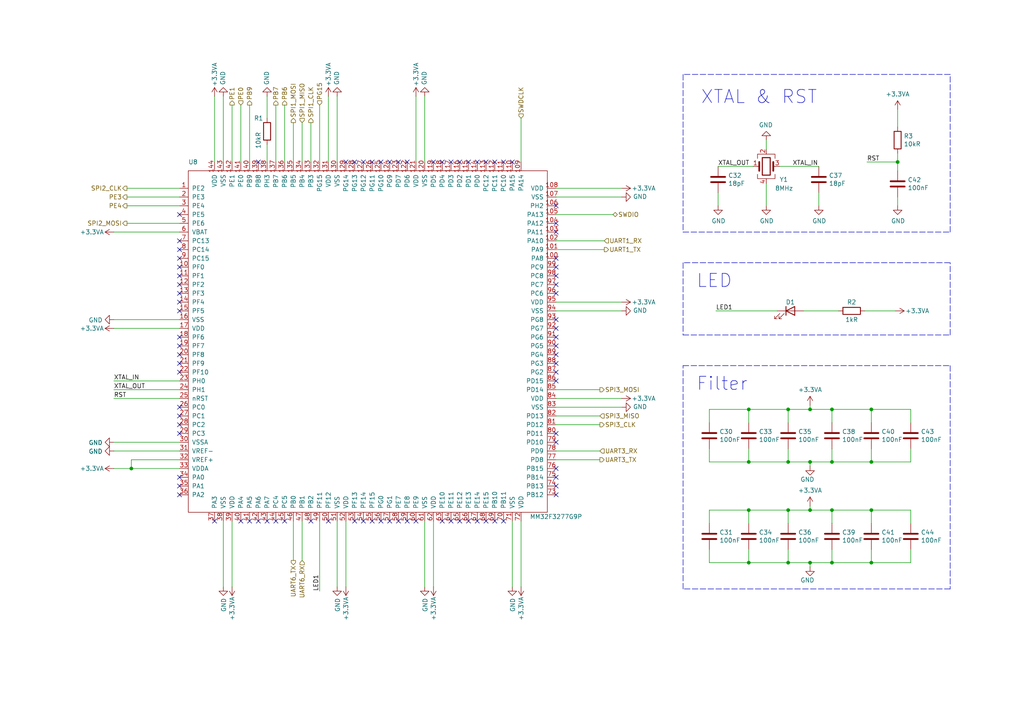
<source format=kicad_sch>
(kicad_sch (version 20211123) (generator eeschema)

  (uuid f48f1d12-9008-4743-81e2-bdec45db64a1)

  (paper "A4")

  (title_block
    (title "MM32_Board")
    (date "2022-01-11")
    (rev "1.0.2")
  )

  (lib_symbols
    (symbol "Device:C" (pin_numbers hide) (pin_names (offset 0.254)) (in_bom yes) (on_board yes)
      (property "Reference" "C" (id 0) (at 0.635 2.54 0)
        (effects (font (size 1.27 1.27)) (justify left))
      )
      (property "Value" "C" (id 1) (at 0.635 -2.54 0)
        (effects (font (size 1.27 1.27)) (justify left))
      )
      (property "Footprint" "" (id 2) (at 0.9652 -3.81 0)
        (effects (font (size 1.27 1.27)) hide)
      )
      (property "Datasheet" "~" (id 3) (at 0 0 0)
        (effects (font (size 1.27 1.27)) hide)
      )
      (property "ki_keywords" "cap capacitor" (id 4) (at 0 0 0)
        (effects (font (size 1.27 1.27)) hide)
      )
      (property "ki_description" "Unpolarized capacitor" (id 5) (at 0 0 0)
        (effects (font (size 1.27 1.27)) hide)
      )
      (property "ki_fp_filters" "C_*" (id 6) (at 0 0 0)
        (effects (font (size 1.27 1.27)) hide)
      )
      (symbol "C_0_1"
        (polyline
          (pts
            (xy -2.032 -0.762)
            (xy 2.032 -0.762)
          )
          (stroke (width 0.508) (type default) (color 0 0 0 0))
          (fill (type none))
        )
        (polyline
          (pts
            (xy -2.032 0.762)
            (xy 2.032 0.762)
          )
          (stroke (width 0.508) (type default) (color 0 0 0 0))
          (fill (type none))
        )
      )
      (symbol "C_1_1"
        (pin passive line (at 0 3.81 270) (length 2.794)
          (name "~" (effects (font (size 1.27 1.27))))
          (number "1" (effects (font (size 1.27 1.27))))
        )
        (pin passive line (at 0 -3.81 90) (length 2.794)
          (name "~" (effects (font (size 1.27 1.27))))
          (number "2" (effects (font (size 1.27 1.27))))
        )
      )
    )
    (symbol "Device:Crystal_GND24" (pin_names (offset 1.016) hide) (in_bom yes) (on_board yes)
      (property "Reference" "Y" (id 0) (at 3.175 5.08 0)
        (effects (font (size 1.27 1.27)) (justify left))
      )
      (property "Value" "Crystal_GND24" (id 1) (at 3.175 3.175 0)
        (effects (font (size 1.27 1.27)) (justify left))
      )
      (property "Footprint" "" (id 2) (at 0 0 0)
        (effects (font (size 1.27 1.27)) hide)
      )
      (property "Datasheet" "~" (id 3) (at 0 0 0)
        (effects (font (size 1.27 1.27)) hide)
      )
      (property "ki_keywords" "quartz ceramic resonator oscillator" (id 4) (at 0 0 0)
        (effects (font (size 1.27 1.27)) hide)
      )
      (property "ki_description" "Four pin crystal, GND on pins 2 and 4" (id 5) (at 0 0 0)
        (effects (font (size 1.27 1.27)) hide)
      )
      (property "ki_fp_filters" "Crystal*" (id 6) (at 0 0 0)
        (effects (font (size 1.27 1.27)) hide)
      )
      (symbol "Crystal_GND24_0_1"
        (rectangle (start -1.143 2.54) (end 1.143 -2.54)
          (stroke (width 0.3048) (type default) (color 0 0 0 0))
          (fill (type none))
        )
        (polyline
          (pts
            (xy -2.54 0)
            (xy -2.032 0)
          )
          (stroke (width 0) (type default) (color 0 0 0 0))
          (fill (type none))
        )
        (polyline
          (pts
            (xy -2.032 -1.27)
            (xy -2.032 1.27)
          )
          (stroke (width 0.508) (type default) (color 0 0 0 0))
          (fill (type none))
        )
        (polyline
          (pts
            (xy 0 -3.81)
            (xy 0 -3.556)
          )
          (stroke (width 0) (type default) (color 0 0 0 0))
          (fill (type none))
        )
        (polyline
          (pts
            (xy 0 3.556)
            (xy 0 3.81)
          )
          (stroke (width 0) (type default) (color 0 0 0 0))
          (fill (type none))
        )
        (polyline
          (pts
            (xy 2.032 -1.27)
            (xy 2.032 1.27)
          )
          (stroke (width 0.508) (type default) (color 0 0 0 0))
          (fill (type none))
        )
        (polyline
          (pts
            (xy 2.032 0)
            (xy 2.54 0)
          )
          (stroke (width 0) (type default) (color 0 0 0 0))
          (fill (type none))
        )
        (polyline
          (pts
            (xy -2.54 -2.286)
            (xy -2.54 -3.556)
            (xy 2.54 -3.556)
            (xy 2.54 -2.286)
          )
          (stroke (width 0) (type default) (color 0 0 0 0))
          (fill (type none))
        )
        (polyline
          (pts
            (xy -2.54 2.286)
            (xy -2.54 3.556)
            (xy 2.54 3.556)
            (xy 2.54 2.286)
          )
          (stroke (width 0) (type default) (color 0 0 0 0))
          (fill (type none))
        )
      )
      (symbol "Crystal_GND24_1_1"
        (pin passive line (at -3.81 0 0) (length 1.27)
          (name "1" (effects (font (size 1.27 1.27))))
          (number "1" (effects (font (size 1.27 1.27))))
        )
        (pin passive line (at 0 5.08 270) (length 1.27)
          (name "2" (effects (font (size 1.27 1.27))))
          (number "2" (effects (font (size 1.27 1.27))))
        )
        (pin passive line (at 3.81 0 180) (length 1.27)
          (name "3" (effects (font (size 1.27 1.27))))
          (number "3" (effects (font (size 1.27 1.27))))
        )
        (pin passive line (at 0 -5.08 90) (length 1.27)
          (name "4" (effects (font (size 1.27 1.27))))
          (number "4" (effects (font (size 1.27 1.27))))
        )
      )
    )
    (symbol "Device:LED" (pin_numbers hide) (pin_names (offset 1.016) hide) (in_bom yes) (on_board yes)
      (property "Reference" "D" (id 0) (at 0 2.54 0)
        (effects (font (size 1.27 1.27)))
      )
      (property "Value" "LED" (id 1) (at 0 -2.54 0)
        (effects (font (size 1.27 1.27)))
      )
      (property "Footprint" "" (id 2) (at 0 0 0)
        (effects (font (size 1.27 1.27)) hide)
      )
      (property "Datasheet" "~" (id 3) (at 0 0 0)
        (effects (font (size 1.27 1.27)) hide)
      )
      (property "ki_keywords" "LED diode" (id 4) (at 0 0 0)
        (effects (font (size 1.27 1.27)) hide)
      )
      (property "ki_description" "Light emitting diode" (id 5) (at 0 0 0)
        (effects (font (size 1.27 1.27)) hide)
      )
      (property "ki_fp_filters" "LED* LED_SMD:* LED_THT:*" (id 6) (at 0 0 0)
        (effects (font (size 1.27 1.27)) hide)
      )
      (symbol "LED_0_1"
        (polyline
          (pts
            (xy -1.27 -1.27)
            (xy -1.27 1.27)
          )
          (stroke (width 0.254) (type default) (color 0 0 0 0))
          (fill (type none))
        )
        (polyline
          (pts
            (xy -1.27 0)
            (xy 1.27 0)
          )
          (stroke (width 0) (type default) (color 0 0 0 0))
          (fill (type none))
        )
        (polyline
          (pts
            (xy 1.27 -1.27)
            (xy 1.27 1.27)
            (xy -1.27 0)
            (xy 1.27 -1.27)
          )
          (stroke (width 0.254) (type default) (color 0 0 0 0))
          (fill (type none))
        )
        (polyline
          (pts
            (xy -3.048 -0.762)
            (xy -4.572 -2.286)
            (xy -3.81 -2.286)
            (xy -4.572 -2.286)
            (xy -4.572 -1.524)
          )
          (stroke (width 0) (type default) (color 0 0 0 0))
          (fill (type none))
        )
        (polyline
          (pts
            (xy -1.778 -0.762)
            (xy -3.302 -2.286)
            (xy -2.54 -2.286)
            (xy -3.302 -2.286)
            (xy -3.302 -1.524)
          )
          (stroke (width 0) (type default) (color 0 0 0 0))
          (fill (type none))
        )
      )
      (symbol "LED_1_1"
        (pin passive line (at -3.81 0 0) (length 2.54)
          (name "K" (effects (font (size 1.27 1.27))))
          (number "1" (effects (font (size 1.27 1.27))))
        )
        (pin passive line (at 3.81 0 180) (length 2.54)
          (name "A" (effects (font (size 1.27 1.27))))
          (number "2" (effects (font (size 1.27 1.27))))
        )
      )
    )
    (symbol "Device:R" (pin_numbers hide) (pin_names (offset 0)) (in_bom yes) (on_board yes)
      (property "Reference" "R" (id 0) (at 2.032 0 90)
        (effects (font (size 1.27 1.27)))
      )
      (property "Value" "R" (id 1) (at 0 0 90)
        (effects (font (size 1.27 1.27)))
      )
      (property "Footprint" "" (id 2) (at -1.778 0 90)
        (effects (font (size 1.27 1.27)) hide)
      )
      (property "Datasheet" "~" (id 3) (at 0 0 0)
        (effects (font (size 1.27 1.27)) hide)
      )
      (property "ki_keywords" "R res resistor" (id 4) (at 0 0 0)
        (effects (font (size 1.27 1.27)) hide)
      )
      (property "ki_description" "Resistor" (id 5) (at 0 0 0)
        (effects (font (size 1.27 1.27)) hide)
      )
      (property "ki_fp_filters" "R_*" (id 6) (at 0 0 0)
        (effects (font (size 1.27 1.27)) hide)
      )
      (symbol "R_0_1"
        (rectangle (start -1.016 -2.54) (end 1.016 2.54)
          (stroke (width 0.254) (type default) (color 0 0 0 0))
          (fill (type none))
        )
      )
      (symbol "R_1_1"
        (pin passive line (at 0 3.81 270) (length 1.27)
          (name "~" (effects (font (size 1.27 1.27))))
          (number "1" (effects (font (size 1.27 1.27))))
        )
        (pin passive line (at 0 -3.81 90) (length 1.27)
          (name "~" (effects (font (size 1.27 1.27))))
          (number "2" (effects (font (size 1.27 1.27))))
        )
      )
    )
    (symbol "MM32_Periph:MM32F3277G9P" (pin_names (offset 1.016)) (in_bom yes) (on_board yes)
      (property "Reference" "U" (id 0) (at 1.27 104.14 0)
        (effects (font (size 1.27 1.27)))
      )
      (property "Value" "MM32F3277G9P" (id 1) (at 107.95 -2.54 0)
        (effects (font (size 1.27 1.27)))
      )
      (property "Footprint" "Package_QFP:LQFP-144_20x20mm_P0.5mm" (id 2) (at 121.92 -5.08 0)
        (effects (font (size 1.27 1.27)) hide)
      )
      (property "Datasheet" "" (id 3) (at 160.02 31.75 0)
        (effects (font (size 1.27 1.27)) hide)
      )
      (symbol "MM32F3277G9P_0_0"
        (pin bidirectional line (at -2.54 71.12 0) (length 2.54)
          (name "PF0" (effects (font (size 1.27 1.27))))
          (number "10" (effects (font (size 1.27 1.27))))
        )
        (pin bidirectional line (at 106.68 73.66 180) (length 2.54)
          (name "PA8" (effects (font (size 1.27 1.27))))
          (number "100" (effects (font (size 1.27 1.27))))
        )
        (pin bidirectional line (at 106.68 76.2 180) (length 2.54)
          (name "PA9" (effects (font (size 1.27 1.27))))
          (number "101" (effects (font (size 1.27 1.27))))
        )
        (pin bidirectional line (at 106.68 78.74 180) (length 2.54)
          (name "PA10" (effects (font (size 1.27 1.27))))
          (number "102" (effects (font (size 1.27 1.27))))
        )
        (pin bidirectional line (at 106.68 81.28 180) (length 2.54)
          (name "PA11" (effects (font (size 1.27 1.27))))
          (number "103" (effects (font (size 1.27 1.27))))
        )
        (pin bidirectional line (at 106.68 83.82 180) (length 2.54)
          (name "PA12" (effects (font (size 1.27 1.27))))
          (number "104" (effects (font (size 1.27 1.27))))
        )
        (pin bidirectional line (at 106.68 86.36 180) (length 2.54)
          (name "PA13" (effects (font (size 1.27 1.27))))
          (number "105" (effects (font (size 1.27 1.27))))
        )
        (pin bidirectional line (at 106.68 88.9 180) (length 2.54)
          (name "PH2" (effects (font (size 1.27 1.27))))
          (number "106" (effects (font (size 1.27 1.27))))
        )
        (pin power_in line (at 106.68 91.44 180) (length 2.54)
          (name "VSS" (effects (font (size 1.27 1.27))))
          (number "107" (effects (font (size 1.27 1.27))))
        )
        (pin power_in line (at 106.68 93.98 180) (length 2.54)
          (name "VDD" (effects (font (size 1.27 1.27))))
          (number "108" (effects (font (size 1.27 1.27))))
        )
        (pin bidirectional line (at 96.52 101.6 270) (length 2.54)
          (name "PA14" (effects (font (size 1.27 1.27))))
          (number "109" (effects (font (size 1.27 1.27))))
        )
        (pin bidirectional line (at -2.54 68.58 0) (length 2.54)
          (name "PF1" (effects (font (size 1.27 1.27))))
          (number "11" (effects (font (size 1.27 1.27))))
        )
        (pin bidirectional line (at 93.98 101.6 270) (length 2.54)
          (name "PA15" (effects (font (size 1.27 1.27))))
          (number "110" (effects (font (size 1.27 1.27))))
        )
        (pin bidirectional line (at 91.44 101.6 270) (length 2.54)
          (name "PC10" (effects (font (size 1.27 1.27))))
          (number "111" (effects (font (size 1.27 1.27))))
        )
        (pin bidirectional line (at 88.9 101.6 270) (length 2.54)
          (name "PC11" (effects (font (size 1.27 1.27))))
          (number "112" (effects (font (size 1.27 1.27))))
        )
        (pin bidirectional line (at 86.36 101.6 270) (length 2.54)
          (name "PC12" (effects (font (size 1.27 1.27))))
          (number "113" (effects (font (size 1.27 1.27))))
        )
        (pin bidirectional line (at 83.82 101.6 270) (length 2.54)
          (name "PD0" (effects (font (size 1.27 1.27))))
          (number "114" (effects (font (size 1.27 1.27))))
        )
        (pin bidirectional line (at 81.28 101.6 270) (length 2.54)
          (name "PD1" (effects (font (size 1.27 1.27))))
          (number "115" (effects (font (size 1.27 1.27))))
        )
        (pin bidirectional line (at 78.74 101.6 270) (length 2.54)
          (name "PD2" (effects (font (size 1.27 1.27))))
          (number "116" (effects (font (size 1.27 1.27))))
        )
        (pin bidirectional line (at 76.2 101.6 270) (length 2.54)
          (name "PD3" (effects (font (size 1.27 1.27))))
          (number "117" (effects (font (size 1.27 1.27))))
        )
        (pin bidirectional line (at 73.66 101.6 270) (length 2.54)
          (name "PD4" (effects (font (size 1.27 1.27))))
          (number "118" (effects (font (size 1.27 1.27))))
        )
        (pin bidirectional line (at 71.12 101.6 270) (length 2.54)
          (name "PD5" (effects (font (size 1.27 1.27))))
          (number "119" (effects (font (size 1.27 1.27))))
        )
        (pin bidirectional line (at -2.54 66.04 0) (length 2.54)
          (name "PF2" (effects (font (size 1.27 1.27))))
          (number "12" (effects (font (size 1.27 1.27))))
        )
        (pin power_in line (at 68.58 101.6 270) (length 2.54)
          (name "VSS" (effects (font (size 1.27 1.27))))
          (number "120" (effects (font (size 1.27 1.27))))
        )
        (pin power_in line (at 66.04 101.6 270) (length 2.54)
          (name "VDD" (effects (font (size 1.27 1.27))))
          (number "121" (effects (font (size 1.27 1.27))))
        )
        (pin bidirectional line (at 63.5 101.6 270) (length 2.54)
          (name "PD6" (effects (font (size 1.27 1.27))))
          (number "122" (effects (font (size 1.27 1.27))))
        )
        (pin bidirectional line (at 60.96 101.6 270) (length 2.54)
          (name "PD7" (effects (font (size 1.27 1.27))))
          (number "123" (effects (font (size 1.27 1.27))))
        )
        (pin bidirectional line (at 58.42 101.6 270) (length 2.54)
          (name "PG9" (effects (font (size 1.27 1.27))))
          (number "124" (effects (font (size 1.27 1.27))))
        )
        (pin bidirectional line (at 55.88 101.6 270) (length 2.54)
          (name "PG10" (effects (font (size 1.27 1.27))))
          (number "125" (effects (font (size 1.27 1.27))))
        )
        (pin bidirectional line (at 53.34 101.6 270) (length 2.54)
          (name "PG11" (effects (font (size 1.27 1.27))))
          (number "126" (effects (font (size 1.27 1.27))))
        )
        (pin bidirectional line (at 50.8 101.6 270) (length 2.54)
          (name "PG12" (effects (font (size 1.27 1.27))))
          (number "127" (effects (font (size 1.27 1.27))))
        )
        (pin bidirectional line (at 48.26 101.6 270) (length 2.54)
          (name "PG13" (effects (font (size 1.27 1.27))))
          (number "128" (effects (font (size 1.27 1.27))))
        )
        (pin bidirectional line (at 45.72 101.6 270) (length 2.54)
          (name "PG14" (effects (font (size 1.27 1.27))))
          (number "129" (effects (font (size 1.27 1.27))))
        )
        (pin bidirectional line (at -2.54 63.5 0) (length 2.54)
          (name "PF3" (effects (font (size 1.27 1.27))))
          (number "13" (effects (font (size 1.27 1.27))))
        )
        (pin power_in line (at 43.18 101.6 270) (length 2.54)
          (name "VSS" (effects (font (size 1.27 1.27))))
          (number "130" (effects (font (size 1.27 1.27))))
        )
        (pin power_in line (at 40.64 101.6 270) (length 2.54)
          (name "VDD" (effects (font (size 1.27 1.27))))
          (number "131" (effects (font (size 1.27 1.27))))
        )
        (pin bidirectional line (at 38.1 101.6 270) (length 2.54)
          (name "PG15" (effects (font (size 1.27 1.27))))
          (number "132" (effects (font (size 1.27 1.27))))
        )
        (pin bidirectional line (at 35.56 101.6 270) (length 2.54)
          (name "PB3" (effects (font (size 1.27 1.27))))
          (number "133" (effects (font (size 1.27 1.27))))
        )
        (pin bidirectional line (at 33.02 101.6 270) (length 2.54)
          (name "PB4" (effects (font (size 1.27 1.27))))
          (number "134" (effects (font (size 1.27 1.27))))
        )
        (pin bidirectional line (at 30.48 101.6 270) (length 2.54)
          (name "PB5" (effects (font (size 1.27 1.27))))
          (number "135" (effects (font (size 1.27 1.27))))
        )
        (pin bidirectional line (at 27.94 101.6 270) (length 2.54)
          (name "PB6" (effects (font (size 1.27 1.27))))
          (number "136" (effects (font (size 1.27 1.27))))
        )
        (pin bidirectional line (at 25.4 101.6 270) (length 2.54)
          (name "PB7" (effects (font (size 1.27 1.27))))
          (number "137" (effects (font (size 1.27 1.27))))
        )
        (pin bidirectional line (at 22.86 101.6 270) (length 2.54)
          (name "PH3" (effects (font (size 1.27 1.27))))
          (number "138" (effects (font (size 1.27 1.27))))
        )
        (pin bidirectional line (at 20.32 101.6 270) (length 2.54)
          (name "PB8" (effects (font (size 1.27 1.27))))
          (number "139" (effects (font (size 1.27 1.27))))
        )
        (pin bidirectional line (at -2.54 60.96 0) (length 2.54)
          (name "PF4" (effects (font (size 1.27 1.27))))
          (number "14" (effects (font (size 1.27 1.27))))
        )
        (pin bidirectional line (at 17.78 101.6 270) (length 2.54)
          (name "PB9" (effects (font (size 1.27 1.27))))
          (number "140" (effects (font (size 1.27 1.27))))
        )
        (pin bidirectional line (at 15.24 101.6 270) (length 2.54)
          (name "PE0" (effects (font (size 1.27 1.27))))
          (number "141" (effects (font (size 1.27 1.27))))
        )
        (pin bidirectional line (at 12.7 101.6 270) (length 2.54)
          (name "PE1" (effects (font (size 1.27 1.27))))
          (number "142" (effects (font (size 1.27 1.27))))
        )
        (pin power_in line (at 10.16 101.6 270) (length 2.54)
          (name "VSS" (effects (font (size 1.27 1.27))))
          (number "143" (effects (font (size 1.27 1.27))))
        )
        (pin power_in line (at 7.62 101.6 270) (length 2.54)
          (name "VDD" (effects (font (size 1.27 1.27))))
          (number "144" (effects (font (size 1.27 1.27))))
        )
        (pin bidirectional line (at -2.54 58.42 0) (length 2.54)
          (name "PF5" (effects (font (size 1.27 1.27))))
          (number "15" (effects (font (size 1.27 1.27))))
        )
        (pin power_in line (at -2.54 55.88 0) (length 2.54)
          (name "VSS" (effects (font (size 1.27 1.27))))
          (number "16" (effects (font (size 1.27 1.27))))
        )
        (pin power_in line (at -2.54 53.34 0) (length 2.54)
          (name "VDD" (effects (font (size 1.27 1.27))))
          (number "17" (effects (font (size 1.27 1.27))))
        )
        (pin bidirectional line (at -2.54 50.8 0) (length 2.54)
          (name "PF6" (effects (font (size 1.27 1.27))))
          (number "18" (effects (font (size 1.27 1.27))))
        )
        (pin bidirectional line (at -2.54 48.26 0) (length 2.54)
          (name "PF7" (effects (font (size 1.27 1.27))))
          (number "19" (effects (font (size 1.27 1.27))))
        )
        (pin bidirectional line (at -2.54 91.44 0) (length 2.54)
          (name "PE3" (effects (font (size 1.27 1.27))))
          (number "2" (effects (font (size 1.27 1.27))))
        )
        (pin bidirectional line (at -2.54 45.72 0) (length 2.54)
          (name "PF8" (effects (font (size 1.27 1.27))))
          (number "20" (effects (font (size 1.27 1.27))))
        )
        (pin bidirectional line (at -2.54 43.18 0) (length 2.54)
          (name "PF9" (effects (font (size 1.27 1.27))))
          (number "21" (effects (font (size 1.27 1.27))))
        )
        (pin bidirectional line (at -2.54 40.64 0) (length 2.54)
          (name "PF10" (effects (font (size 1.27 1.27))))
          (number "22" (effects (font (size 1.27 1.27))))
        )
        (pin bidirectional line (at -2.54 38.1 0) (length 2.54)
          (name "PH0" (effects (font (size 1.27 1.27))))
          (number "23" (effects (font (size 1.27 1.27))))
        )
        (pin bidirectional line (at -2.54 35.56 0) (length 2.54)
          (name "PH1" (effects (font (size 1.27 1.27))))
          (number "24" (effects (font (size 1.27 1.27))))
        )
        (pin bidirectional line (at -2.54 33.02 0) (length 2.54)
          (name "nRST" (effects (font (size 1.27 1.27))))
          (number "25" (effects (font (size 1.27 1.27))))
        )
        (pin bidirectional line (at -2.54 30.48 0) (length 2.54)
          (name "PC0" (effects (font (size 1.27 1.27))))
          (number "26" (effects (font (size 1.27 1.27))))
        )
        (pin bidirectional line (at -2.54 27.94 0) (length 2.54)
          (name "PC1" (effects (font (size 1.27 1.27))))
          (number "27" (effects (font (size 1.27 1.27))))
        )
        (pin bidirectional line (at -2.54 25.4 0) (length 2.54)
          (name "PC2" (effects (font (size 1.27 1.27))))
          (number "28" (effects (font (size 1.27 1.27))))
        )
        (pin bidirectional line (at -2.54 22.86 0) (length 2.54)
          (name "PC3" (effects (font (size 1.27 1.27))))
          (number "29" (effects (font (size 1.27 1.27))))
        )
        (pin bidirectional line (at -2.54 88.9 0) (length 2.54)
          (name "PE4" (effects (font (size 1.27 1.27))))
          (number "3" (effects (font (size 1.27 1.27))))
        )
        (pin power_in line (at -2.54 20.32 0) (length 2.54)
          (name "VSSA" (effects (font (size 1.27 1.27))))
          (number "30" (effects (font (size 1.27 1.27))))
        )
        (pin power_in line (at -2.54 17.78 0) (length 2.54)
          (name "VREF-" (effects (font (size 1.27 1.27))))
          (number "31" (effects (font (size 1.27 1.27))))
        )
        (pin power_in line (at -2.54 15.24 0) (length 2.54)
          (name "VREF+" (effects (font (size 1.27 1.27))))
          (number "32" (effects (font (size 1.27 1.27))))
        )
        (pin power_in line (at -2.54 12.7 0) (length 2.54)
          (name "VDDA" (effects (font (size 1.27 1.27))))
          (number "33" (effects (font (size 1.27 1.27))))
        )
        (pin bidirectional line (at -2.54 10.16 0) (length 2.54)
          (name "PA0" (effects (font (size 1.27 1.27))))
          (number "34" (effects (font (size 1.27 1.27))))
        )
        (pin bidirectional line (at -2.54 7.62 0) (length 2.54)
          (name "PA1" (effects (font (size 1.27 1.27))))
          (number "35" (effects (font (size 1.27 1.27))))
        )
        (pin bidirectional line (at -2.54 5.08 0) (length 2.54)
          (name "PA2" (effects (font (size 1.27 1.27))))
          (number "36" (effects (font (size 1.27 1.27))))
        )
        (pin bidirectional line (at 7.62 -2.54 90) (length 2.54)
          (name "PA3" (effects (font (size 1.27 1.27))))
          (number "37" (effects (font (size 1.27 1.27))))
        )
        (pin power_in line (at 10.16 -2.54 90) (length 2.54)
          (name "VSS" (effects (font (size 1.27 1.27))))
          (number "38" (effects (font (size 1.27 1.27))))
        )
        (pin power_in line (at 12.7 -2.54 90) (length 2.54)
          (name "VDD" (effects (font (size 1.27 1.27))))
          (number "39" (effects (font (size 1.27 1.27))))
        )
        (pin bidirectional line (at -2.54 86.36 0) (length 2.54)
          (name "PE5" (effects (font (size 1.27 1.27))))
          (number "4" (effects (font (size 1.27 1.27))))
        )
        (pin bidirectional line (at 15.24 -2.54 90) (length 2.54)
          (name "PA4" (effects (font (size 1.27 1.27))))
          (number "40" (effects (font (size 1.27 1.27))))
        )
        (pin bidirectional line (at 17.78 -2.54 90) (length 2.54)
          (name "PA5" (effects (font (size 1.27 1.27))))
          (number "41" (effects (font (size 1.27 1.27))))
        )
        (pin bidirectional line (at 20.32 -2.54 90) (length 2.54)
          (name "PA6" (effects (font (size 1.27 1.27))))
          (number "42" (effects (font (size 1.27 1.27))))
        )
        (pin bidirectional line (at 22.86 -2.54 90) (length 2.54)
          (name "PA7" (effects (font (size 1.27 1.27))))
          (number "43" (effects (font (size 1.27 1.27))))
        )
        (pin bidirectional line (at 25.4 -2.54 90) (length 2.54)
          (name "PC4" (effects (font (size 1.27 1.27))))
          (number "44" (effects (font (size 1.27 1.27))))
        )
        (pin bidirectional line (at 27.94 -2.54 90) (length 2.54)
          (name "PC5" (effects (font (size 1.27 1.27))))
          (number "45" (effects (font (size 1.27 1.27))))
        )
        (pin bidirectional line (at 30.48 -2.54 90) (length 2.54)
          (name "PB0" (effects (font (size 1.27 1.27))))
          (number "46" (effects (font (size 1.27 1.27))))
        )
        (pin bidirectional line (at 33.02 -2.54 90) (length 2.54)
          (name "PB1" (effects (font (size 1.27 1.27))))
          (number "47" (effects (font (size 1.27 1.27))))
        )
        (pin bidirectional line (at 35.56 -2.54 90) (length 2.54)
          (name "PB2" (effects (font (size 1.27 1.27))))
          (number "48" (effects (font (size 1.27 1.27))))
        )
        (pin bidirectional line (at 38.1 -2.54 90) (length 2.54)
          (name "PF11" (effects (font (size 1.27 1.27))))
          (number "49" (effects (font (size 1.27 1.27))))
        )
        (pin bidirectional line (at -2.54 83.82 0) (length 2.54)
          (name "PE6" (effects (font (size 1.27 1.27))))
          (number "5" (effects (font (size 1.27 1.27))))
        )
        (pin bidirectional line (at 40.64 -2.54 90) (length 2.54)
          (name "PF12" (effects (font (size 1.27 1.27))))
          (number "50" (effects (font (size 1.27 1.27))))
        )
        (pin power_in line (at 43.18 -2.54 90) (length 2.54)
          (name "VSS" (effects (font (size 1.27 1.27))))
          (number "51" (effects (font (size 1.27 1.27))))
        )
        (pin power_in line (at 45.72 -2.54 90) (length 2.54)
          (name "VDD" (effects (font (size 1.27 1.27))))
          (number "52" (effects (font (size 1.27 1.27))))
        )
        (pin bidirectional line (at 48.26 -2.54 90) (length 2.54)
          (name "PF13" (effects (font (size 1.27 1.27))))
          (number "53" (effects (font (size 1.27 1.27))))
        )
        (pin bidirectional line (at 50.8 -2.54 90) (length 2.54)
          (name "PF14" (effects (font (size 1.27 1.27))))
          (number "54" (effects (font (size 1.27 1.27))))
        )
        (pin bidirectional line (at 53.34 -2.54 90) (length 2.54)
          (name "PF15" (effects (font (size 1.27 1.27))))
          (number "55" (effects (font (size 1.27 1.27))))
        )
        (pin bidirectional line (at 55.88 -2.54 90) (length 2.54)
          (name "PG0" (effects (font (size 1.27 1.27))))
          (number "56" (effects (font (size 1.27 1.27))))
        )
        (pin bidirectional line (at 58.42 -2.54 90) (length 2.54)
          (name "PG1" (effects (font (size 1.27 1.27))))
          (number "57" (effects (font (size 1.27 1.27))))
        )
        (pin bidirectional line (at 60.96 -2.54 90) (length 2.54)
          (name "PE7" (effects (font (size 1.27 1.27))))
          (number "58" (effects (font (size 1.27 1.27))))
        )
        (pin bidirectional line (at 63.5 -2.54 90) (length 2.54)
          (name "PE8" (effects (font (size 1.27 1.27))))
          (number "59" (effects (font (size 1.27 1.27))))
        )
        (pin power_in line (at -2.54 81.28 0) (length 2.54)
          (name "VBAT" (effects (font (size 1.27 1.27))))
          (number "6" (effects (font (size 1.27 1.27))))
        )
        (pin bidirectional line (at 66.04 -2.54 90) (length 2.54)
          (name "PE9" (effects (font (size 1.27 1.27))))
          (number "60" (effects (font (size 1.27 1.27))))
        )
        (pin power_in line (at 68.58 -2.54 90) (length 2.54)
          (name "VSS" (effects (font (size 1.27 1.27))))
          (number "61" (effects (font (size 1.27 1.27))))
        )
        (pin power_in line (at 71.12 -2.54 90) (length 2.54)
          (name "VDD" (effects (font (size 1.27 1.27))))
          (number "62" (effects (font (size 1.27 1.27))))
        )
        (pin bidirectional line (at 73.66 -2.54 90) (length 2.54)
          (name "PE10" (effects (font (size 1.27 1.27))))
          (number "63" (effects (font (size 1.27 1.27))))
        )
        (pin bidirectional line (at 76.2 -2.54 90) (length 2.54)
          (name "PE11" (effects (font (size 1.27 1.27))))
          (number "64" (effects (font (size 1.27 1.27))))
        )
        (pin bidirectional line (at 78.74 -2.54 90) (length 2.54)
          (name "PE12" (effects (font (size 1.27 1.27))))
          (number "65" (effects (font (size 1.27 1.27))))
        )
        (pin bidirectional line (at 81.28 -2.54 90) (length 2.54)
          (name "PE13" (effects (font (size 1.27 1.27))))
          (number "66" (effects (font (size 1.27 1.27))))
        )
        (pin bidirectional line (at 83.82 -2.54 90) (length 2.54)
          (name "PE14" (effects (font (size 1.27 1.27))))
          (number "67" (effects (font (size 1.27 1.27))))
        )
        (pin bidirectional line (at 86.36 -2.54 90) (length 2.54)
          (name "PE15" (effects (font (size 1.27 1.27))))
          (number "68" (effects (font (size 1.27 1.27))))
        )
        (pin bidirectional line (at 88.9 -2.54 90) (length 2.54)
          (name "PB10" (effects (font (size 1.27 1.27))))
          (number "69" (effects (font (size 1.27 1.27))))
        )
        (pin bidirectional line (at -2.54 78.74 0) (length 2.54)
          (name "PC13" (effects (font (size 1.27 1.27))))
          (number "7" (effects (font (size 1.27 1.27))))
        )
        (pin bidirectional line (at 91.44 -2.54 90) (length 2.54)
          (name "PB11" (effects (font (size 1.27 1.27))))
          (number "70" (effects (font (size 1.27 1.27))))
        )
        (pin power_in line (at 93.98 -2.54 90) (length 2.54)
          (name "VSS" (effects (font (size 1.27 1.27))))
          (number "71" (effects (font (size 1.27 1.27))))
        )
        (pin power_in line (at 96.52 -2.54 90) (length 2.54)
          (name "VDD" (effects (font (size 1.27 1.27))))
          (number "72" (effects (font (size 1.27 1.27))))
        )
        (pin bidirectional line (at 106.68 5.08 180) (length 2.54)
          (name "PB12" (effects (font (size 1.27 1.27))))
          (number "73" (effects (font (size 1.27 1.27))))
        )
        (pin bidirectional line (at 106.68 7.62 180) (length 2.54)
          (name "PB13" (effects (font (size 1.27 1.27))))
          (number "74" (effects (font (size 1.27 1.27))))
        )
        (pin bidirectional line (at 106.68 10.16 180) (length 2.54)
          (name "PB14" (effects (font (size 1.27 1.27))))
          (number "75" (effects (font (size 1.27 1.27))))
        )
        (pin bidirectional line (at 106.68 12.7 180) (length 2.54)
          (name "PB15" (effects (font (size 1.27 1.27))))
          (number "76" (effects (font (size 1.27 1.27))))
        )
        (pin bidirectional line (at 106.68 15.24 180) (length 2.54)
          (name "PD8" (effects (font (size 1.27 1.27))))
          (number "77" (effects (font (size 1.27 1.27))))
        )
        (pin bidirectional line (at 106.68 17.78 180) (length 2.54)
          (name "PD9" (effects (font (size 1.27 1.27))))
          (number "78" (effects (font (size 1.27 1.27))))
        )
        (pin bidirectional line (at 106.68 20.32 180) (length 2.54)
          (name "PD10" (effects (font (size 1.27 1.27))))
          (number "79" (effects (font (size 1.27 1.27))))
        )
        (pin bidirectional line (at -2.54 76.2 0) (length 2.54)
          (name "PC14" (effects (font (size 1.27 1.27))))
          (number "8" (effects (font (size 1.27 1.27))))
        )
        (pin bidirectional line (at 106.68 22.86 180) (length 2.54)
          (name "PD11" (effects (font (size 1.27 1.27))))
          (number "80" (effects (font (size 1.27 1.27))))
        )
        (pin bidirectional line (at 106.68 25.4 180) (length 2.54)
          (name "PD12" (effects (font (size 1.27 1.27))))
          (number "81" (effects (font (size 1.27 1.27))))
        )
        (pin bidirectional line (at 106.68 27.94 180) (length 2.54)
          (name "PD13" (effects (font (size 1.27 1.27))))
          (number "82" (effects (font (size 1.27 1.27))))
        )
        (pin power_in line (at 106.68 30.48 180) (length 2.54)
          (name "VSS" (effects (font (size 1.27 1.27))))
          (number "83" (effects (font (size 1.27 1.27))))
        )
        (pin power_in line (at 106.68 33.02 180) (length 2.54)
          (name "VDD" (effects (font (size 1.27 1.27))))
          (number "84" (effects (font (size 1.27 1.27))))
        )
        (pin bidirectional line (at 106.68 35.56 180) (length 2.54)
          (name "PD14" (effects (font (size 1.27 1.27))))
          (number "85" (effects (font (size 1.27 1.27))))
        )
        (pin bidirectional line (at 106.68 38.1 180) (length 2.54)
          (name "PD15" (effects (font (size 1.27 1.27))))
          (number "86" (effects (font (size 1.27 1.27))))
        )
        (pin bidirectional line (at 106.68 40.64 180) (length 2.54)
          (name "PG2" (effects (font (size 1.27 1.27))))
          (number "87" (effects (font (size 1.27 1.27))))
        )
        (pin bidirectional line (at 106.68 43.18 180) (length 2.54)
          (name "PG3" (effects (font (size 1.27 1.27))))
          (number "88" (effects (font (size 1.27 1.27))))
        )
        (pin bidirectional line (at 106.68 45.72 180) (length 2.54)
          (name "PG4" (effects (font (size 1.27 1.27))))
          (number "89" (effects (font (size 1.27 1.27))))
        )
        (pin bidirectional line (at -2.54 73.66 0) (length 2.54)
          (name "PC15" (effects (font (size 1.27 1.27))))
          (number "9" (effects (font (size 1.27 1.27))))
        )
        (pin bidirectional line (at 106.68 48.26 180) (length 2.54)
          (name "PG5" (effects (font (size 1.27 1.27))))
          (number "90" (effects (font (size 1.27 1.27))))
        )
        (pin bidirectional line (at 106.68 50.8 180) (length 2.54)
          (name "PG6" (effects (font (size 1.27 1.27))))
          (number "91" (effects (font (size 1.27 1.27))))
        )
        (pin bidirectional line (at 106.68 53.34 180) (length 2.54)
          (name "PG7" (effects (font (size 1.27 1.27))))
          (number "92" (effects (font (size 1.27 1.27))))
        )
        (pin bidirectional line (at 106.68 55.88 180) (length 2.54)
          (name "PG8" (effects (font (size 1.27 1.27))))
          (number "93" (effects (font (size 1.27 1.27))))
        )
        (pin power_in line (at 106.68 58.42 180) (length 2.54)
          (name "VSS" (effects (font (size 1.27 1.27))))
          (number "94" (effects (font (size 1.27 1.27))))
        )
        (pin power_in line (at 106.68 60.96 180) (length 2.54)
          (name "VDD" (effects (font (size 1.27 1.27))))
          (number "95" (effects (font (size 1.27 1.27))))
        )
        (pin bidirectional line (at 106.68 63.5 180) (length 2.54)
          (name "PC6" (effects (font (size 1.27 1.27))))
          (number "96" (effects (font (size 1.27 1.27))))
        )
        (pin bidirectional line (at 106.68 66.04 180) (length 2.54)
          (name "PC7" (effects (font (size 1.27 1.27))))
          (number "97" (effects (font (size 1.27 1.27))))
        )
        (pin bidirectional line (at 106.68 68.58 180) (length 2.54)
          (name "PC8" (effects (font (size 1.27 1.27))))
          (number "98" (effects (font (size 1.27 1.27))))
        )
        (pin bidirectional line (at 106.68 71.12 180) (length 2.54)
          (name "PC9" (effects (font (size 1.27 1.27))))
          (number "99" (effects (font (size 1.27 1.27))))
        )
      )
      (symbol "MM32F3277G9P_0_1"
        (rectangle (start 0 99.06) (end 104.14 0)
          (stroke (width 0) (type default) (color 0 0 0 0))
          (fill (type none))
        )
      )
      (symbol "MM32F3277G9P_1_1"
        (pin bidirectional line (at -2.54 93.98 0) (length 2.54)
          (name "PE2" (effects (font (size 1.27 1.27))))
          (number "1" (effects (font (size 1.27 1.27))))
        )
      )
    )
    (symbol "power:+3.3VA" (power) (pin_names (offset 0)) (in_bom yes) (on_board yes)
      (property "Reference" "#PWR" (id 0) (at 0 -3.81 0)
        (effects (font (size 1.27 1.27)) hide)
      )
      (property "Value" "+3.3VA" (id 1) (at 0 3.556 0)
        (effects (font (size 1.27 1.27)))
      )
      (property "Footprint" "" (id 2) (at 0 0 0)
        (effects (font (size 1.27 1.27)) hide)
      )
      (property "Datasheet" "" (id 3) (at 0 0 0)
        (effects (font (size 1.27 1.27)) hide)
      )
      (property "ki_keywords" "power-flag" (id 4) (at 0 0 0)
        (effects (font (size 1.27 1.27)) hide)
      )
      (property "ki_description" "Power symbol creates a global label with name \"+3.3VA\"" (id 5) (at 0 0 0)
        (effects (font (size 1.27 1.27)) hide)
      )
      (symbol "+3.3VA_0_1"
        (polyline
          (pts
            (xy -0.762 1.27)
            (xy 0 2.54)
          )
          (stroke (width 0) (type default) (color 0 0 0 0))
          (fill (type none))
        )
        (polyline
          (pts
            (xy 0 0)
            (xy 0 2.54)
          )
          (stroke (width 0) (type default) (color 0 0 0 0))
          (fill (type none))
        )
        (polyline
          (pts
            (xy 0 2.54)
            (xy 0.762 1.27)
          )
          (stroke (width 0) (type default) (color 0 0 0 0))
          (fill (type none))
        )
      )
      (symbol "+3.3VA_1_1"
        (pin power_in line (at 0 0 90) (length 0) hide
          (name "+3.3VA" (effects (font (size 1.27 1.27))))
          (number "1" (effects (font (size 1.27 1.27))))
        )
      )
    )
    (symbol "power:GND" (power) (pin_names (offset 0)) (in_bom yes) (on_board yes)
      (property "Reference" "#PWR" (id 0) (at 0 -6.35 0)
        (effects (font (size 1.27 1.27)) hide)
      )
      (property "Value" "GND" (id 1) (at 0 -3.81 0)
        (effects (font (size 1.27 1.27)))
      )
      (property "Footprint" "" (id 2) (at 0 0 0)
        (effects (font (size 1.27 1.27)) hide)
      )
      (property "Datasheet" "" (id 3) (at 0 0 0)
        (effects (font (size 1.27 1.27)) hide)
      )
      (property "ki_keywords" "power-flag" (id 4) (at 0 0 0)
        (effects (font (size 1.27 1.27)) hide)
      )
      (property "ki_description" "Power symbol creates a global label with name \"GND\" , ground" (id 5) (at 0 0 0)
        (effects (font (size 1.27 1.27)) hide)
      )
      (symbol "GND_0_1"
        (polyline
          (pts
            (xy 0 0)
            (xy 0 -1.27)
            (xy 1.27 -1.27)
            (xy 0 -2.54)
            (xy -1.27 -1.27)
            (xy 0 -1.27)
          )
          (stroke (width 0) (type default) (color 0 0 0 0))
          (fill (type none))
        )
      )
      (symbol "GND_1_1"
        (pin power_in line (at 0 0 270) (length 0) hide
          (name "GND" (effects (font (size 1.27 1.27))))
          (number "1" (effects (font (size 1.27 1.27))))
        )
      )
    )
  )

  (junction (at 217.17 133.985) (diameter 0) (color 0 0 0 0)
    (uuid 0ab1512b-eb91-4574-b11f-326e0ff10082)
  )
  (junction (at 234.95 133.985) (diameter 0) (color 0 0 0 0)
    (uuid 0bbd2e43-3eb0-4216-861b-a58366dbe43d)
  )
  (junction (at 234.95 118.745) (diameter 0) (color 0 0 0 0)
    (uuid 1020b588-7eb0-4b70-bbff-c77a867c3142)
  )
  (junction (at 241.3 133.985) (diameter 0) (color 0 0 0 0)
    (uuid 29ec1a54-dea0-4d1a-a3dc-a7441a09bb9e)
  )
  (junction (at 241.3 118.745) (diameter 0) (color 0 0 0 0)
    (uuid 36210d52-4f9a-42bc-a022-019a63c67fc2)
  )
  (junction (at 241.3 147.955) (diameter 0) (color 0 0 0 0)
    (uuid 3b19a97f-624a-48d9-8072-15bdeede0fff)
  )
  (junction (at 252.73 118.745) (diameter 0) (color 0 0 0 0)
    (uuid 3e147ce1-21a6-4e77-a3db-fd00d575cd22)
  )
  (junction (at 234.95 163.195) (diameter 0) (color 0 0 0 0)
    (uuid 4aee84d1-0859-48ac-a053-5a981ee1b24a)
  )
  (junction (at 217.17 163.195) (diameter 0) (color 0 0 0 0)
    (uuid 5290e0d7-1f24-4c0b-91ff-28c5a304ab9a)
  )
  (junction (at 260.35 46.99) (diameter 0) (color 0 0 0 0)
    (uuid 59ee13a4-660e-47e2-a73a-01cfe11439e9)
  )
  (junction (at 252.73 133.985) (diameter 0) (color 0 0 0 0)
    (uuid 5dffd1d6-faf9-418e-b9a0-84fb6b6b4454)
  )
  (junction (at 241.3 163.195) (diameter 0) (color 0 0 0 0)
    (uuid 69f75991-c8c0-49a9-aed8-daa6ca9a5d73)
  )
  (junction (at 252.73 147.955) (diameter 0) (color 0 0 0 0)
    (uuid 7684f860-395c-40b3-8cc0-a644dcdbc220)
  )
  (junction (at 228.6 118.745) (diameter 0) (color 0 0 0 0)
    (uuid a7cad282-51c3-4f24-be5e-311c2c5e959b)
  )
  (junction (at 38.1 135.89) (diameter 0) (color 0 0 0 0)
    (uuid ac8ac15b-16d7-4918-8db6-33a18e8b136f)
  )
  (junction (at 228.6 147.955) (diameter 0) (color 0 0 0 0)
    (uuid acfcaba7-a8b8-4c21-a793-d3e0373f34dc)
  )
  (junction (at 228.6 163.195) (diameter 0) (color 0 0 0 0)
    (uuid ae293969-fa6d-4cb1-9969-16f8784d07e3)
  )
  (junction (at 217.17 118.745) (diameter 0) (color 0 0 0 0)
    (uuid b8382866-f10b-4adc-84fc-f6e5dd44681b)
  )
  (junction (at 228.6 133.985) (diameter 0) (color 0 0 0 0)
    (uuid b9f8b708-1745-43ec-9646-59495cbc6e07)
  )
  (junction (at 217.17 147.955) (diameter 0) (color 0 0 0 0)
    (uuid bb5e8a0f-2ed5-4c2a-91b7-cb63c4c66e15)
  )
  (junction (at 252.73 163.195) (diameter 0) (color 0 0 0 0)
    (uuid d4876469-b949-49ce-b8fe-43cb458692a4)
  )
  (junction (at 234.95 147.955) (diameter 0) (color 0 0 0 0)
    (uuid e6cd2cdd-d49b-4491-8a15-4c46254b5c0a)
  )

  (no_connect (at 52.07 97.79) (uuid 037a257a-ceb2-409c-ab24-48a743172dae))
  (no_connect (at 118.11 46.99) (uuid 062fbe79-da43-4e6a-bd6f-509557f2df9b))
  (no_connect (at 143.51 151.13) (uuid 09321bf4-1ea1-49b5-b1f9-ac29d6606a74))
  (no_connect (at 161.29 97.79) (uuid 11547ba3-d459-4ced-9333-92979d5b86e1))
  (no_connect (at 161.29 143.51) (uuid 16aa2316-1a67-45e5-b6c4-e59dd85814f4))
  (no_connect (at 77.47 151.13) (uuid 1a1da3ab-0792-420a-a2dd-c670f9cd52e8))
  (no_connect (at 115.57 151.13) (uuid 1d2d8ec8-1f1b-4d06-9a35-eff8e386bdb8))
  (no_connect (at 107.95 46.99) (uuid 207932d1-3fbf-4bd3-8ef6-a6601aaaae72))
  (no_connect (at 102.87 46.99) (uuid 21c9358c-c2dd-4df5-9cfe-ea9bd0b49374))
  (no_connect (at 110.49 151.13) (uuid 22614aba-2c26-4590-8e12-a7a6b6de48de))
  (no_connect (at 52.07 87.63) (uuid 226f524c-89b4-46ed-86fd-c8ea41059fd4))
  (no_connect (at 130.81 46.99) (uuid 2b894b8a-c098-4d9d-be0f-2ef41dea274e))
  (no_connect (at 100.33 46.99) (uuid 2f8ebbbf-0f11-4a15-9648-1d28e5593127))
  (no_connect (at 161.29 77.47) (uuid 2fea3f9c-a97b-4a77-88f7-98b3d8a00622))
  (no_connect (at 161.29 107.95) (uuid 33e40dd5-556d-4de0-ab08-235c61b7ba9f))
  (no_connect (at 133.35 151.13) (uuid 3742a313-c63e-4807-a7bf-be5a0ae2c781))
  (no_connect (at 161.29 100.33) (uuid 3a274653-eff3-4ffe-9be8-2bfd0950af0a))
  (no_connect (at 161.29 135.89) (uuid 3b909fd4-b382-4019-8708-80d1d9a9fe1c))
  (no_connect (at 115.57 46.99) (uuid 3ce4c631-4e8b-4ee6-a520-34bf7b12880c))
  (no_connect (at 52.07 100.33) (uuid 3d8571f7-688f-49ac-8d91-22508c277f45))
  (no_connect (at 118.11 151.13) (uuid 401b5a0c-f502-4551-9d61-fa50a303707e))
  (no_connect (at 52.07 120.65) (uuid 40800b4d-424c-4738-8041-4662989d2010))
  (no_connect (at 146.05 46.99) (uuid 4116bfc2-eab3-4c29-a983-44eacd9f10f5))
  (no_connect (at 95.25 151.13) (uuid 41853812-f2a8-480e-8a2b-36c52a2e75e6))
  (no_connect (at 107.95 151.13) (uuid 41853812-f2a8-480e-8a2b-36c52a2e75e7))
  (no_connect (at 105.41 46.99) (uuid 4266f6dc-b108-467a-bc4a-756158b1a271))
  (no_connect (at 52.07 102.87) (uuid 45899113-d22e-4a5b-822e-9aca23b124ee))
  (no_connect (at 161.29 67.31) (uuid 46a20b99-b616-4fa4-af79-eecf92b5c191))
  (no_connect (at 135.89 151.13) (uuid 5080cf4c-abda-4232-b279-44d0e6b9bde3))
  (no_connect (at 113.03 46.99) (uuid 51320c8c-9c4a-48b8-a7b8-e2c8d1f2e5ad))
  (no_connect (at 52.07 85.09) (uuid 57e17378-f1f7-42d0-9ad3-fb44c2d5cdc3))
  (no_connect (at 161.29 138.43) (uuid 5891aa7f-2e48-4492-8db1-d54810991036))
  (no_connect (at 161.29 92.71) (uuid 5953ac02-dd84-453b-a6ad-4448da89eab3))
  (no_connect (at 52.07 72.39) (uuid 5b5611ee-3a4f-4573-978f-2e48db0ecaf5))
  (no_connect (at 138.43 151.13) (uuid 5b867f3d-ce38-4d21-95dd-fe114f76e9dc))
  (no_connect (at 69.85 151.13) (uuid 5e27f565-c85a-4f3b-9862-58c0accdd5e3))
  (no_connect (at 138.43 46.99) (uuid 5f74c6fb-337b-40a9-9b79-933f2f30429a))
  (no_connect (at 161.29 125.73) (uuid 5f8cf0a3-5039-4ac4-8310-e201f8c0505f))
  (no_connect (at 161.29 102.87) (uuid 60628c1f-f7b2-4a4b-be6f-62bc1a819432))
  (no_connect (at 120.65 151.13) (uuid 67492efe-fc81-4655-8d7c-56e14e125fcf))
  (no_connect (at 148.59 46.99) (uuid 6776c573-26e6-4a02-ab96-18129f258651))
  (no_connect (at 52.07 80.01) (uuid 6ae47305-86b3-4e27-b3c6-46e195fdaa6d))
  (no_connect (at 52.07 118.11) (uuid 6c715627-9fe9-4566-9325-aed34f2a0ebd))
  (no_connect (at 161.29 74.93) (uuid 6dfa921c-8a4f-4fcf-a0e7-8718b6271ea9))
  (no_connect (at 105.41 151.13) (uuid 6dff30be-c583-4dc6-a9ef-14a2df9a29ef))
  (no_connect (at 102.87 151.13) (uuid 6dff30be-c583-4dc6-a9ef-14a2df9a29f0))
  (no_connect (at 74.93 46.99) (uuid 704ba6e6-ee13-4d9d-b544-d836a743bdda))
  (no_connect (at 52.07 82.55) (uuid 710852c3-85af-44f2-af12-adc5798f2795))
  (no_connect (at 52.07 90.17) (uuid 7147b342-4ca8-4694-a1ec-b615c151a5d0))
  (no_connect (at 52.07 140.97) (uuid 7d3a9372-4f99-452e-9767-51a31df66106))
  (no_connect (at 161.29 140.97) (uuid 7f4b7c2c-9af8-4317-9338-c2a6d8990ded))
  (no_connect (at 161.29 105.41) (uuid 810d1828-323c-409a-960d-456fda8be10a))
  (no_connect (at 52.07 77.47) (uuid 84e154cc-34e9-48ac-ab7e-fc52b3bc90d0))
  (no_connect (at 52.07 107.95) (uuid 8527ef2e-5212-4629-b6f5-b0130ab61dab))
  (no_connect (at 140.97 151.13) (uuid 89be6ff8-dff7-4df0-876d-d5989d658e36))
  (no_connect (at 128.27 151.13) (uuid 8ddee80f-a354-4a11-ae03-acb37cf50626))
  (no_connect (at 72.39 151.13) (uuid 9050328c-80d1-449f-94a8-27658961ba9d))
  (no_connect (at 113.03 151.13) (uuid 92822296-9b31-4c78-bfe1-2dc7c2e425bc))
  (no_connect (at 62.23 151.13) (uuid 99c0b885-9395-4eaa-a204-8d7dea094883))
  (no_connect (at 128.27 46.99) (uuid 9ba85d0a-e58f-45a8-9d86-ad6c976003b7))
  (no_connect (at 125.73 46.99) (uuid a067c43d-047d-48ca-a682-5bbb620e3988))
  (no_connect (at 52.07 138.43) (uuid a3a9b316-86eb-411d-82d0-37407c2e4142))
  (no_connect (at 52.07 74.93) (uuid a57e46ab-4127-4b88-afea-d94b5d7bc928))
  (no_connect (at 52.07 123.19) (uuid a67b97a6-51fd-4a32-8231-3fd10436b6ab))
  (no_connect (at 135.89 46.99) (uuid a9ad6ea5-8293-424c-89d4-c01baf033429))
  (no_connect (at 146.05 151.13) (uuid aa52a4ee-249d-4f84-a65a-9c1702b5bb75))
  (no_connect (at 80.01 151.13) (uuid ab105669-4d1e-4026-ba8a-a7758004f566))
  (no_connect (at 161.29 80.01) (uuid ab26a42e-b7f6-4a80-b26c-c01085e448c7))
  (no_connect (at 161.29 128.27) (uuid b5de2bf0-583c-45d9-bc5e-15007fe3ede8))
  (no_connect (at 90.17 151.13) (uuid bf3524aa-7451-4bff-a4df-53f0aa1c0aeb))
  (no_connect (at 52.07 69.85) (uuid c1b73b2b-a0dd-4b0e-8d3d-c3beea420b93))
  (no_connect (at 74.93 151.13) (uuid d0060422-f68b-4ffa-bca8-6f70dc4f862d))
  (no_connect (at 161.29 85.09) (uuid d25a1e45-06d1-4c1c-9b3a-0fd8abd0bfed))
  (no_connect (at 143.51 46.99) (uuid d36e7ed4-f2bc-4d88-86ae-317d3c24af1a))
  (no_connect (at 110.49 46.99) (uuid d433e10e-a10c-42c7-9409-f756ab1084a2))
  (no_connect (at 52.07 62.23) (uuid d85ab6b7-aaa4-48be-85b3-79b679b94ad8))
  (no_connect (at 133.35 46.99) (uuid dbd87a35-3166-440e-a8f0-c71d214a12a6))
  (no_connect (at 161.29 59.69) (uuid df1435bb-8018-455d-9925-63e774164119))
  (no_connect (at 52.07 143.51) (uuid e2349eb5-0f2d-4c2a-b154-1cfe1ab9cd91))
  (no_connect (at 82.55 151.13) (uuid e315fb88-f764-4ec7-a92b-006692d5e26f))
  (no_connect (at 161.29 82.55) (uuid e8558fbd-ea42-43a6-966a-7bd304bdfaad))
  (no_connect (at 130.81 151.13) (uuid ed76cb21-0b5e-4ca2-8075-7e28e38e7199))
  (no_connect (at 161.29 64.77) (uuid ee3188d0-94cf-4bcc-9f57-e516684fc142))
  (no_connect (at 52.07 105.41) (uuid eecd895d-4aa1-458c-8512-c9957fd00fad))
  (no_connect (at 161.29 110.49) (uuid f089be7f-8b48-452f-b777-55958bf0e7e8))
  (no_connect (at 161.29 95.25) (uuid f61adca3-c1e4-457e-8212-9dc978cabab5))
  (no_connect (at 52.07 125.73) (uuid fc052ac4-77ec-4901-baf8-c95f94903836))
  (no_connect (at 140.97 46.99) (uuid ff203a9b-3d2e-4e1d-a6f0-12d16e5120fb))

  (wire (pts (xy 85.09 151.13) (xy 85.09 162.56))
    (stroke (width 0) (type default) (color 0 0 0 0))
    (uuid 0208dcec-5844-41d6-8382-4437ac8ac82d)
  )
  (wire (pts (xy 241.3 130.175) (xy 241.3 133.985))
    (stroke (width 0) (type default) (color 0 0 0 0))
    (uuid 020b7e1f-8bb0-4882-91d4-7894bf18db84)
  )
  (wire (pts (xy 241.3 159.385) (xy 241.3 163.195))
    (stroke (width 0) (type default) (color 0 0 0 0))
    (uuid 02b1295e-cf95-47ff-9c57-f8ada28f2e94)
  )
  (wire (pts (xy 161.29 113.03) (xy 173.99 113.03))
    (stroke (width 0) (type default) (color 0 0 0 0))
    (uuid 0a08eb64-358e-4905-bf3f-3d3813048ab5)
  )
  (wire (pts (xy 205.74 118.745) (xy 217.17 118.745))
    (stroke (width 0) (type default) (color 0 0 0 0))
    (uuid 0b43a8fb-b3d3-4444-a4b0-cf952c07dcfe)
  )
  (wire (pts (xy 85.09 35.56) (xy 85.09 46.99))
    (stroke (width 0) (type default) (color 0 0 0 0))
    (uuid 0df798c0-963e-4340-a737-18e50763521e)
  )
  (wire (pts (xy 234.95 147.955) (xy 241.3 147.955))
    (stroke (width 0) (type default) (color 0 0 0 0))
    (uuid 0e18138e-f1a3-4288-bb34-3b6bcfb64ff6)
  )
  (wire (pts (xy 161.29 72.39) (xy 175.26 72.39))
    (stroke (width 0) (type default) (color 0 0 0 0))
    (uuid 0f3121ae-1081-4d81-b548-dceafa613e21)
  )
  (wire (pts (xy 250.825 90.17) (xy 259.715 90.17))
    (stroke (width 0) (type default) (color 0 0 0 0))
    (uuid 121b7b08-bed9-441b-b060-efed31f37089)
  )
  (wire (pts (xy 218.44 48.26) (xy 208.28 48.26))
    (stroke (width 0) (type default) (color 0 0 0 0))
    (uuid 188eabba-12a3-47b7-9be1-03f0c5a948eb)
  )
  (wire (pts (xy 205.74 151.765) (xy 205.74 147.955))
    (stroke (width 0) (type default) (color 0 0 0 0))
    (uuid 1ab4dceb-24cc-4050-aa74-e8fbb39d3760)
  )
  (wire (pts (xy 92.71 30.48) (xy 92.71 46.99))
    (stroke (width 0) (type default) (color 0 0 0 0))
    (uuid 1c7ec62e-d96c-4a0d-ac32-e919b90a3c5b)
  )
  (wire (pts (xy 252.73 118.745) (xy 264.16 118.745))
    (stroke (width 0) (type default) (color 0 0 0 0))
    (uuid 1c92f382-4ec3-478f-a1ca-afadd3087787)
  )
  (wire (pts (xy 87.63 46.99) (xy 87.63 35.56))
    (stroke (width 0) (type default) (color 0 0 0 0))
    (uuid 1d6518e1-cfe9-4078-adc2-cf8e6477b5cb)
  )
  (wire (pts (xy 33.02 130.81) (xy 52.07 130.81))
    (stroke (width 0) (type default) (color 0 0 0 0))
    (uuid 1d9dc91c-3457-4ca5-8e42-43be60ae0831)
  )
  (wire (pts (xy 252.73 130.175) (xy 252.73 133.985))
    (stroke (width 0) (type default) (color 0 0 0 0))
    (uuid 1eca5f72-2356-4c55-919d-595727faf3b9)
  )
  (wire (pts (xy 36.83 59.69) (xy 52.07 59.69))
    (stroke (width 0) (type default) (color 0 0 0 0))
    (uuid 2056f16f-2d4a-4f35-8a56-49ab69eeef16)
  )
  (wire (pts (xy 251.46 46.99) (xy 260.35 46.99))
    (stroke (width 0) (type default) (color 0 0 0 0))
    (uuid 24fd922c-d488-4d61-b6dc-9d3e359ccc82)
  )
  (wire (pts (xy 234.95 164.465) (xy 234.95 163.195))
    (stroke (width 0) (type default) (color 0 0 0 0))
    (uuid 25247d0c-5910-484b-9651-5750d422a450)
  )
  (wire (pts (xy 161.29 123.19) (xy 173.99 123.19))
    (stroke (width 0) (type default) (color 0 0 0 0))
    (uuid 2707913f-d299-43a1-8e42-49772d60971a)
  )
  (wire (pts (xy 52.07 113.03) (xy 33.02 113.03))
    (stroke (width 0) (type default) (color 0 0 0 0))
    (uuid 278deae2-fb37-4957-b2cb-afac30cacb12)
  )
  (wire (pts (xy 161.29 90.17) (xy 180.34 90.17))
    (stroke (width 0) (type default) (color 0 0 0 0))
    (uuid 2bbd6c26-4114-4518-8f4a-c6fdadc046b6)
  )
  (polyline (pts (xy 275.59 21.59) (xy 198.12 21.59))
    (stroke (width 0) (type default) (color 0 0 0 0))
    (uuid 376a6f44-cf22-4d88-ac13-30f83803795f)
  )

  (wire (pts (xy 161.29 120.65) (xy 173.99 120.65))
    (stroke (width 0) (type default) (color 0 0 0 0))
    (uuid 387d27fc-ccbf-42de-b606-16a8ddd6363f)
  )
  (wire (pts (xy 97.79 27.94) (xy 97.79 46.99))
    (stroke (width 0) (type default) (color 0 0 0 0))
    (uuid 3d70e675-48ae-4edd-b95d-3ca51e634018)
  )
  (wire (pts (xy 33.02 128.27) (xy 52.07 128.27))
    (stroke (width 0) (type default) (color 0 0 0 0))
    (uuid 3dbc1b14-20e2-4dcb-8347-d33c13d3f0e0)
  )
  (wire (pts (xy 97.79 170.18) (xy 97.79 151.13))
    (stroke (width 0) (type default) (color 0 0 0 0))
    (uuid 3e011a46-81bd-4ecd-b93e-57dffb1143e5)
  )
  (polyline (pts (xy 275.59 170.815) (xy 198.12 170.815))
    (stroke (width 0) (type default) (color 0 0 0 0))
    (uuid 3f206607-332e-4c96-8963-5302804f476f)
  )
  (polyline (pts (xy 275.59 76.2) (xy 198.12 76.2))
    (stroke (width 0) (type default) (color 0 0 0 0))
    (uuid 4208e41d-1d0a-40b9-bf94-fcbeb6562f9d)
  )

  (wire (pts (xy 228.6 151.765) (xy 228.6 147.955))
    (stroke (width 0) (type default) (color 0 0 0 0))
    (uuid 44509293-79e2-4fab-8860-b0cecb591afa)
  )
  (wire (pts (xy 264.16 133.985) (xy 264.16 130.175))
    (stroke (width 0) (type default) (color 0 0 0 0))
    (uuid 44e993be-f2df-4e61-a598-dfd6e106a208)
  )
  (wire (pts (xy 234.95 135.255) (xy 234.95 133.985))
    (stroke (width 0) (type default) (color 0 0 0 0))
    (uuid 45b7fe01-a2fa-40c2-a3a2-4a9ae7c34dba)
  )
  (wire (pts (xy 228.6 118.745) (xy 234.95 118.745))
    (stroke (width 0) (type default) (color 0 0 0 0))
    (uuid 4648968b-aa58-4f57-8f45-54b088364670)
  )
  (wire (pts (xy 52.07 64.77) (xy 36.83 64.77))
    (stroke (width 0) (type default) (color 0 0 0 0))
    (uuid 49b38f13-9789-4c6d-bbd5-2c69a9e19e69)
  )
  (wire (pts (xy 33.02 135.89) (xy 38.1 135.89))
    (stroke (width 0) (type default) (color 0 0 0 0))
    (uuid 4be2b882-65e4-4552-9482-9d622928de2f)
  )
  (wire (pts (xy 69.85 30.48) (xy 69.85 46.99))
    (stroke (width 0) (type default) (color 0 0 0 0))
    (uuid 4c069f0b-8c76-44a0-a999-7bd72a3e8dee)
  )
  (wire (pts (xy 205.74 133.985) (xy 217.17 133.985))
    (stroke (width 0) (type default) (color 0 0 0 0))
    (uuid 4c4b4317-29d0-438a-b331-525ede18773a)
  )
  (wire (pts (xy 100.33 170.18) (xy 100.33 151.13))
    (stroke (width 0) (type default) (color 0 0 0 0))
    (uuid 4c6a1dad-7acf-4a52-99b0-316025d1ab04)
  )
  (wire (pts (xy 228.6 163.195) (xy 234.95 163.195))
    (stroke (width 0) (type default) (color 0 0 0 0))
    (uuid 4d55ddc7-73be-49f7-98ea-a0ba474cbdb0)
  )
  (wire (pts (xy 161.29 118.11) (xy 180.34 118.11))
    (stroke (width 0) (type default) (color 0 0 0 0))
    (uuid 4e7a230a-c1a4-4455-81ee-277835acf4a2)
  )
  (wire (pts (xy 62.23 27.94) (xy 62.23 46.99))
    (stroke (width 0) (type default) (color 0 0 0 0))
    (uuid 4f3dc5bc-04e8-4dcc-91dd-8782e84f321d)
  )
  (wire (pts (xy 161.29 54.61) (xy 180.34 54.61))
    (stroke (width 0) (type default) (color 0 0 0 0))
    (uuid 51f5536d-48d2-4807-be44-93f427952b0e)
  )
  (polyline (pts (xy 275.59 67.31) (xy 275.59 21.59))
    (stroke (width 0) (type default) (color 0 0 0 0))
    (uuid 52d326d4-51c9-4c17-8412-9aaf3e6cdf4c)
  )

  (wire (pts (xy 252.73 133.985) (xy 264.16 133.985))
    (stroke (width 0) (type default) (color 0 0 0 0))
    (uuid 55fa5fa0-9426-4801-b40c-682e71189d8a)
  )
  (wire (pts (xy 241.3 133.985) (xy 252.73 133.985))
    (stroke (width 0) (type default) (color 0 0 0 0))
    (uuid 5778dc8c-60fe-435e-b75a-362eae1b81ab)
  )
  (wire (pts (xy 120.65 27.94) (xy 120.65 46.99))
    (stroke (width 0) (type default) (color 0 0 0 0))
    (uuid 583b0bf3-0699-44db-b975-a241ad040fa4)
  )
  (wire (pts (xy 205.74 163.195) (xy 217.17 163.195))
    (stroke (width 0) (type default) (color 0 0 0 0))
    (uuid 59142adb-6887-41fc-851e-9a7f51511d60)
  )
  (wire (pts (xy 252.73 122.555) (xy 252.73 118.745))
    (stroke (width 0) (type default) (color 0 0 0 0))
    (uuid 5bb32dcb-8a97-4374-8a16-bc17822d4db3)
  )
  (wire (pts (xy 33.02 92.71) (xy 52.07 92.71))
    (stroke (width 0) (type default) (color 0 0 0 0))
    (uuid 5cc7655c-62f2-43d2-a7a5-eaa4635dada8)
  )
  (wire (pts (xy 264.16 163.195) (xy 264.16 159.385))
    (stroke (width 0) (type default) (color 0 0 0 0))
    (uuid 5fc4054a-b929-433e-a947-747fb7ed003d)
  )
  (polyline (pts (xy 198.12 21.59) (xy 198.12 67.31))
    (stroke (width 0) (type default) (color 0 0 0 0))
    (uuid 60d30b2f-02cb-42f2-b2ed-c84cb33e3e36)
  )

  (wire (pts (xy 252.73 163.195) (xy 264.16 163.195))
    (stroke (width 0) (type default) (color 0 0 0 0))
    (uuid 617edc57-1dbf-4296-b365-6d76f68a1c0f)
  )
  (wire (pts (xy 234.95 133.985) (xy 241.3 133.985))
    (stroke (width 0) (type default) (color 0 0 0 0))
    (uuid 6239967a-77bd-4ec9-89cd-e04efd8dbe26)
  )
  (wire (pts (xy 241.3 163.195) (xy 252.73 163.195))
    (stroke (width 0) (type default) (color 0 0 0 0))
    (uuid 62a1b97d-067d-487c-835b-0166330d25fe)
  )
  (wire (pts (xy 241.3 122.555) (xy 241.3 118.745))
    (stroke (width 0) (type default) (color 0 0 0 0))
    (uuid 67d6d490-a9a4-4ec7-8744-7c7abc821282)
  )
  (polyline (pts (xy 198.12 97.155) (xy 275.59 97.155))
    (stroke (width 0) (type default) (color 0 0 0 0))
    (uuid 68f7174d-ce7a-41b4-89f8-dd7e3ded57a1)
  )

  (wire (pts (xy 228.6 147.955) (xy 234.95 147.955))
    (stroke (width 0) (type default) (color 0 0 0 0))
    (uuid 6ae901e7-3f37-4fdc-9fbb-f82666744826)
  )
  (polyline (pts (xy 275.59 106.045) (xy 275.59 170.815))
    (stroke (width 0) (type default) (color 0 0 0 0))
    (uuid 6d646c30-feab-4e3e-adf0-5427b73b5f08)
  )

  (wire (pts (xy 234.95 118.745) (xy 234.95 117.475))
    (stroke (width 0) (type default) (color 0 0 0 0))
    (uuid 6df433d7-73cd-4877-8d2e-047853b9077c)
  )
  (wire (pts (xy 161.29 133.35) (xy 173.99 133.35))
    (stroke (width 0) (type default) (color 0 0 0 0))
    (uuid 6e416a78-df14-48ee-9842-e6e24081191e)
  )
  (wire (pts (xy 205.74 147.955) (xy 217.17 147.955))
    (stroke (width 0) (type default) (color 0 0 0 0))
    (uuid 6f78c1fb-f693-4737-b750-74e50c35a564)
  )
  (wire (pts (xy 38.1 133.35) (xy 38.1 135.89))
    (stroke (width 0) (type default) (color 0 0 0 0))
    (uuid 73064069-0e49-40e3-be1c-e7630f57ccb3)
  )
  (wire (pts (xy 125.73 170.18) (xy 125.73 151.13))
    (stroke (width 0) (type default) (color 0 0 0 0))
    (uuid 7700fef1-de5b-4197-be2d-18385e1e18f9)
  )
  (wire (pts (xy 64.77 170.18) (xy 64.77 151.13))
    (stroke (width 0) (type default) (color 0 0 0 0))
    (uuid 792ace59-9f73-49b7-92df-01568ab2b00b)
  )
  (wire (pts (xy 217.17 118.745) (xy 228.6 118.745))
    (stroke (width 0) (type default) (color 0 0 0 0))
    (uuid 7a6d9a4e-fe6a-4427-9f0c-a10fd3ceb923)
  )
  (wire (pts (xy 260.35 57.15) (xy 260.35 59.69))
    (stroke (width 0) (type default) (color 0 0 0 0))
    (uuid 7ce4aab5-8271-4432-a4b1-bff168293b45)
  )
  (wire (pts (xy 252.73 159.385) (xy 252.73 163.195))
    (stroke (width 0) (type default) (color 0 0 0 0))
    (uuid 811f5389-c208-4640-ab1a-b454491bb330)
  )
  (wire (pts (xy 123.19 27.94) (xy 123.19 46.99))
    (stroke (width 0) (type default) (color 0 0 0 0))
    (uuid 830aee7f-dfce-42cd-85ef-6370f6dc02f5)
  )
  (wire (pts (xy 208.28 55.88) (xy 208.28 59.69))
    (stroke (width 0) (type default) (color 0 0 0 0))
    (uuid 8313e187-c805-4927-8002-313a51839243)
  )
  (wire (pts (xy 205.74 130.175) (xy 205.74 133.985))
    (stroke (width 0) (type default) (color 0 0 0 0))
    (uuid 83d9db3e-661a-47bf-b26c-99313ad8bac9)
  )
  (wire (pts (xy 228.6 133.985) (xy 234.95 133.985))
    (stroke (width 0) (type default) (color 0 0 0 0))
    (uuid 84d5cf13-52aa-4648-82e7-8be6e886a6b2)
  )
  (wire (pts (xy 64.77 27.94) (xy 64.77 46.99))
    (stroke (width 0) (type default) (color 0 0 0 0))
    (uuid 868b5d0d-f911-4724-9580-d9e69eb9f709)
  )
  (wire (pts (xy 77.47 27.94) (xy 77.47 34.29))
    (stroke (width 0) (type default) (color 0 0 0 0))
    (uuid 86f6faec-7eee-404c-a73a-2ae625f33d8c)
  )
  (wire (pts (xy 241.3 147.955) (xy 252.73 147.955))
    (stroke (width 0) (type default) (color 0 0 0 0))
    (uuid 87f44303-a6e8-48e5-bb6d-f89abb09a999)
  )
  (polyline (pts (xy 198.12 106.045) (xy 275.59 106.045))
    (stroke (width 0) (type default) (color 0 0 0 0))
    (uuid 8e1983d7-818b-423d-95d2-7f219e4f6ba3)
  )

  (wire (pts (xy 205.74 159.385) (xy 205.74 163.195))
    (stroke (width 0) (type default) (color 0 0 0 0))
    (uuid 8e715b73-353f-4cfc-aa33-1eac54b89b6c)
  )
  (wire (pts (xy 161.29 57.15) (xy 180.34 57.15))
    (stroke (width 0) (type default) (color 0 0 0 0))
    (uuid 8efe6411-1919-4082-b5b8-393585e068c8)
  )
  (wire (pts (xy 175.26 69.85) (xy 161.29 69.85))
    (stroke (width 0) (type default) (color 0 0 0 0))
    (uuid 8f8bb641-6f96-48dd-a2de-b7e2aaf6efe0)
  )
  (wire (pts (xy 77.47 41.91) (xy 77.47 46.99))
    (stroke (width 0) (type default) (color 0 0 0 0))
    (uuid 90337a8b-a8c5-48e1-ad0f-b0e67716fe3c)
  )
  (wire (pts (xy 80.01 30.48) (xy 80.01 46.99))
    (stroke (width 0) (type default) (color 0 0 0 0))
    (uuid 914a2046-646f-4d53-b355-ce2139e25907)
  )
  (wire (pts (xy 33.02 67.31) (xy 52.07 67.31))
    (stroke (width 0) (type default) (color 0 0 0 0))
    (uuid 92d938cc-f8b1-437d-8914-3d97a0938f67)
  )
  (wire (pts (xy 217.17 133.985) (xy 228.6 133.985))
    (stroke (width 0) (type default) (color 0 0 0 0))
    (uuid 9a458d6a-a84c-4faf-913e-90bab231d3f8)
  )
  (wire (pts (xy 36.83 57.15) (xy 52.07 57.15))
    (stroke (width 0) (type default) (color 0 0 0 0))
    (uuid 9ad8e352-005c-4299-8beb-56f3b58c96b7)
  )
  (wire (pts (xy 72.39 30.48) (xy 72.39 46.99))
    (stroke (width 0) (type default) (color 0 0 0 0))
    (uuid 9d2af601-5327-4706-9acb-978b65e95af5)
  )
  (wire (pts (xy 161.29 115.57) (xy 180.34 115.57))
    (stroke (width 0) (type default) (color 0 0 0 0))
    (uuid a1701438-3c8b-4b49-8695-36ec7f9ae4d2)
  )
  (wire (pts (xy 228.6 130.175) (xy 228.6 133.985))
    (stroke (width 0) (type default) (color 0 0 0 0))
    (uuid a2a4b1ad-c51a-492d-9e99-410eec4f55a3)
  )
  (wire (pts (xy 87.63 162.56) (xy 87.63 151.13))
    (stroke (width 0) (type default) (color 0 0 0 0))
    (uuid a2ead14b-89a8-4438-a7df-7876de28e69a)
  )
  (wire (pts (xy 148.59 170.18) (xy 148.59 151.13))
    (stroke (width 0) (type default) (color 0 0 0 0))
    (uuid a6dd3322-fcf5-4e4f-88bb-77a3d82a4d05)
  )
  (wire (pts (xy 33.02 95.25) (xy 52.07 95.25))
    (stroke (width 0) (type default) (color 0 0 0 0))
    (uuid a7c83b25-afbd-4974-8870-387db8f81a5c)
  )
  (wire (pts (xy 205.74 122.555) (xy 205.74 118.745))
    (stroke (width 0) (type default) (color 0 0 0 0))
    (uuid aa0e7fe7-e9c2-477f-bcb2-53a1ebd9e3a6)
  )
  (wire (pts (xy 241.3 151.765) (xy 241.3 147.955))
    (stroke (width 0) (type default) (color 0 0 0 0))
    (uuid aaf0fd50-bb22-4408-be5a-88f5ba4193be)
  )
  (wire (pts (xy 67.31 46.99) (xy 67.31 30.48))
    (stroke (width 0) (type default) (color 0 0 0 0))
    (uuid ac0e5582-f44c-4bc2-8ae7-2c3f1115fb00)
  )
  (wire (pts (xy 260.35 46.99) (xy 260.35 49.53))
    (stroke (width 0) (type default) (color 0 0 0 0))
    (uuid ac8576da-4e00-41a0-9609-eb655e96e10b)
  )
  (wire (pts (xy 252.73 147.955) (xy 264.16 147.955))
    (stroke (width 0) (type default) (color 0 0 0 0))
    (uuid acd72527-a657-482d-a530-89a1347375fc)
  )
  (wire (pts (xy 38.1 135.89) (xy 52.07 135.89))
    (stroke (width 0) (type default) (color 0 0 0 0))
    (uuid b0d48e68-981c-4bd0-98a1-383d223dabcc)
  )
  (polyline (pts (xy 198.12 170.815) (xy 198.12 106.045))
    (stroke (width 0) (type default) (color 0 0 0 0))
    (uuid b20fb198-6b0b-4cab-9ba8-ea9b46e8088f)
  )

  (wire (pts (xy 217.17 122.555) (xy 217.17 118.745))
    (stroke (width 0) (type default) (color 0 0 0 0))
    (uuid b31ebd25-cf4c-4c3e-b83d-0ec793b65cd9)
  )
  (wire (pts (xy 33.02 110.49) (xy 52.07 110.49))
    (stroke (width 0) (type default) (color 0 0 0 0))
    (uuid b500fd76-a613-4f44-aac4-99213e86ff44)
  )
  (wire (pts (xy 234.95 163.195) (xy 241.3 163.195))
    (stroke (width 0) (type default) (color 0 0 0 0))
    (uuid b6f041a4-3ea0-418b-94a2-50c938beafa2)
  )
  (wire (pts (xy 217.17 151.765) (xy 217.17 147.955))
    (stroke (width 0) (type default) (color 0 0 0 0))
    (uuid b7ed4c31-5417-4fb5-9261-7dca42c1c776)
  )
  (wire (pts (xy 228.6 159.385) (xy 228.6 163.195))
    (stroke (width 0) (type default) (color 0 0 0 0))
    (uuid bb673c7a-d2b0-45b0-bfe2-0b113c092a77)
  )
  (wire (pts (xy 234.95 147.955) (xy 234.95 146.685))
    (stroke (width 0) (type default) (color 0 0 0 0))
    (uuid bbb99edd-f016-43ea-b1c7-0bcdd1915ee8)
  )
  (wire (pts (xy 222.25 43.18) (xy 222.25 40.64))
    (stroke (width 0) (type default) (color 0 0 0 0))
    (uuid bc01f3e7-a131-4f66-8abc-cc13e855d5e5)
  )
  (wire (pts (xy 33.02 115.57) (xy 52.07 115.57))
    (stroke (width 0) (type default) (color 0 0 0 0))
    (uuid bc05cdd5-f72f-4c21-b397-0fa889871114)
  )
  (wire (pts (xy 82.55 30.48) (xy 82.55 46.99))
    (stroke (width 0) (type default) (color 0 0 0 0))
    (uuid bf26cee8-9c9f-4547-9a40-e7028b986d1e)
  )
  (wire (pts (xy 67.31 170.18) (xy 67.31 151.13))
    (stroke (width 0) (type default) (color 0 0 0 0))
    (uuid c0c62e93-8e84-4f2b-96ae-e90b55e0550a)
  )
  (polyline (pts (xy 198.12 76.2) (xy 198.12 97.155))
    (stroke (width 0) (type default) (color 0 0 0 0))
    (uuid c2564ecf-bd43-431d-b9a2-c7be54487485)
  )

  (wire (pts (xy 241.3 118.745) (xy 252.73 118.745))
    (stroke (width 0) (type default) (color 0 0 0 0))
    (uuid c860c4e9-3ddd-4065-857c-b9aedc01e6ad)
  )
  (wire (pts (xy 92.71 151.13) (xy 92.71 171.45))
    (stroke (width 0) (type default) (color 0 0 0 0))
    (uuid cc5561df-9d20-4574-af60-64f10025a0ed)
  )
  (wire (pts (xy 90.17 35.56) (xy 90.17 46.99))
    (stroke (width 0) (type default) (color 0 0 0 0))
    (uuid cf45f134-35c0-4b31-91e7-048e45f34bf8)
  )
  (wire (pts (xy 151.13 34.29) (xy 151.13 46.99))
    (stroke (width 0) (type default) (color 0 0 0 0))
    (uuid cfec88d2-05ea-4320-9be6-2559d89ee700)
  )
  (polyline (pts (xy 275.59 97.155) (xy 275.59 76.2))
    (stroke (width 0) (type default) (color 0 0 0 0))
    (uuid d1f81642-eb3a-4277-b357-9cbb5a3aa5ac)
  )

  (wire (pts (xy 123.19 170.18) (xy 123.19 151.13))
    (stroke (width 0) (type default) (color 0 0 0 0))
    (uuid d23840a6-3c61-45ca-968a-bc57332fd7a4)
  )
  (wire (pts (xy 234.95 118.745) (xy 241.3 118.745))
    (stroke (width 0) (type default) (color 0 0 0 0))
    (uuid d5b0938b-9efb-4b58-8ac4-d92da9ed2e30)
  )
  (wire (pts (xy 226.06 48.26) (xy 237.49 48.26))
    (stroke (width 0) (type default) (color 0 0 0 0))
    (uuid d5c86a84-6c8b-48b5-b583-2fe7052421ab)
  )
  (wire (pts (xy 217.17 163.195) (xy 228.6 163.195))
    (stroke (width 0) (type default) (color 0 0 0 0))
    (uuid d68589fa-205b-4356-a20d-821c85f5f45e)
  )
  (wire (pts (xy 264.16 147.955) (xy 264.16 151.765))
    (stroke (width 0) (type default) (color 0 0 0 0))
    (uuid d9198b20-68ab-4f03-9039-95a74aeba0d6)
  )
  (wire (pts (xy 217.17 159.385) (xy 217.17 163.195))
    (stroke (width 0) (type default) (color 0 0 0 0))
    (uuid d9ad01c4-9416-4b1f-8447-afc1d446fa8a)
  )
  (wire (pts (xy 151.13 170.18) (xy 151.13 151.13))
    (stroke (width 0) (type default) (color 0 0 0 0))
    (uuid dbbbcbf5-ed09-4c20-902c-70f108158aba)
  )
  (wire (pts (xy 252.73 151.765) (xy 252.73 147.955))
    (stroke (width 0) (type default) (color 0 0 0 0))
    (uuid dbfb14d7-1f97-4dd2-9004-1d129d3b4221)
  )
  (wire (pts (xy 217.17 130.175) (xy 217.17 133.985))
    (stroke (width 0) (type default) (color 0 0 0 0))
    (uuid de2abbd8-9b48-47ba-b77e-4c65ca048af6)
  )
  (polyline (pts (xy 198.12 67.31) (xy 275.59 67.31))
    (stroke (width 0) (type default) (color 0 0 0 0))
    (uuid df3e0d78-29b1-4811-9600-571610f4b8a8)
  )

  (wire (pts (xy 237.49 55.88) (xy 237.49 59.69))
    (stroke (width 0) (type default) (color 0 0 0 0))
    (uuid e002a979-85bc-451a-a77b-29ce2a8f19f9)
  )
  (wire (pts (xy 52.07 133.35) (xy 38.1 133.35))
    (stroke (width 0) (type default) (color 0 0 0 0))
    (uuid e3c9a85a-ebdc-429e-82bf-6f4964e958f9)
  )
  (wire (pts (xy 260.35 31.75) (xy 260.35 36.83))
    (stroke (width 0) (type default) (color 0 0 0 0))
    (uuid e6e468d8-2bb7-49d5-a4d0-fde0f6bbe8c6)
  )
  (wire (pts (xy 233.045 90.17) (xy 243.205 90.17))
    (stroke (width 0) (type default) (color 0 0 0 0))
    (uuid ea8efd53-9e19-4e37-86f5-e6c0c681f735)
  )
  (wire (pts (xy 173.99 130.81) (xy 161.29 130.81))
    (stroke (width 0) (type default) (color 0 0 0 0))
    (uuid eac540a2-0555-4530-b9cb-9b037a65c0a7)
  )
  (wire (pts (xy 228.6 122.555) (xy 228.6 118.745))
    (stroke (width 0) (type default) (color 0 0 0 0))
    (uuid ed1f5df2-cfb6-4083-a9e5-5d196546ef9b)
  )
  (wire (pts (xy 95.25 27.94) (xy 95.25 46.99))
    (stroke (width 0) (type default) (color 0 0 0 0))
    (uuid ef400389-7e37-4c93-8647-76318089d59f)
  )
  (wire (pts (xy 36.83 54.61) (xy 52.07 54.61))
    (stroke (width 0) (type default) (color 0 0 0 0))
    (uuid f205e125-3760-485b-b76a-dc2502dc5679)
  )
  (wire (pts (xy 217.17 147.955) (xy 228.6 147.955))
    (stroke (width 0) (type default) (color 0 0 0 0))
    (uuid f58fca4c-73af-416f-b236-f3bb62b8fd00)
  )
  (wire (pts (xy 161.29 62.23) (xy 177.8 62.23))
    (stroke (width 0) (type default) (color 0 0 0 0))
    (uuid f7475c2a-e91e-435c-bec2-3307ef3e1f94)
  )
  (wire (pts (xy 225.425 90.17) (xy 207.645 90.17))
    (stroke (width 0) (type default) (color 0 0 0 0))
    (uuid f7c5fcef-379b-481f-a910-961b8aba9e9d)
  )
  (wire (pts (xy 180.34 87.63) (xy 161.29 87.63))
    (stroke (width 0) (type default) (color 0 0 0 0))
    (uuid f8a90052-1a8b-4ce5-a1fd-87db944dceac)
  )
  (wire (pts (xy 264.16 118.745) (xy 264.16 122.555))
    (stroke (width 0) (type default) (color 0 0 0 0))
    (uuid fd146ca2-8fb8-4c71-9277-84f69bc5d3fc)
  )
  (wire (pts (xy 222.25 53.34) (xy 222.25 59.69))
    (stroke (width 0) (type default) (color 0 0 0 0))
    (uuid fd34aa56-ded2-4e97-965a-a39457716f0c)
  )
  (wire (pts (xy 260.35 44.45) (xy 260.35 46.99))
    (stroke (width 0) (type default) (color 0 0 0 0))
    (uuid fe1ad3bd-92cc-4e1c-8cc9-a77278095945)
  )

  (text "LED" (at 201.93 83.82 0)
    (effects (font (size 3.81 3.81)) (justify left bottom))
    (uuid 33064f56-88c0-44a1-ac52-96957fe5ad49)
  )
  (text "XTAL & RST" (at 203.2 30.48 0)
    (effects (font (size 3.81 3.81)) (justify left bottom))
    (uuid a6694369-d7a9-41d0-a88e-8a3c16982564)
  )
  (text "Filter" (at 201.93 113.665 0)
    (effects (font (size 3.81 3.81)) (justify left bottom))
    (uuid e3903eeb-8b72-4b40-a088-cbbba270c01b)
  )

  (label "XTAL_IN" (at 33.02 110.49 0)
    (effects (font (size 1.27 1.27)) (justify left bottom))
    (uuid 10fa1a8c-62cb-4b8f-b916-b18d737ff71b)
  )
  (label "XTAL_OUT" (at 208.28 48.26 0)
    (effects (font (size 1.27 1.27)) (justify left bottom))
    (uuid 524d7aa8-362f-459a-b2ae-4ca2a0b1612b)
  )
  (label "LED1" (at 207.645 90.17 0)
    (effects (font (size 1.27 1.27)) (justify left bottom))
    (uuid 567a04d6-5dce-4e5f-9e8e-f34010ecea5b)
  )
  (label "RST" (at 33.02 115.57 0)
    (effects (font (size 1.27 1.27)) (justify left bottom))
    (uuid 900cb6c8-1d05-4537-a4f0-9a7cc1a2ea1c)
  )
  (label "RST" (at 251.46 46.99 0)
    (effects (font (size 1.27 1.27)) (justify left bottom))
    (uuid 97cc05bf-4ed5-449c-b0c8-131e5126a7ac)
  )
  (label "LED1" (at 92.71 171.45 90)
    (effects (font (size 1.27 1.27)) (justify left bottom))
    (uuid 9fa58e42-4d1f-4e7f-a5a2-6fc9857446e3)
  )
  (label "XTAL_IN" (at 229.87 48.26 0)
    (effects (font (size 1.27 1.27)) (justify left bottom))
    (uuid b5cea0b5-192f-476b-a3c8-0c26e2231699)
  )
  (label "XTAL_OUT" (at 33.02 113.03 0)
    (effects (font (size 1.27 1.27)) (justify left bottom))
    (uuid e7376da1-2f59-4570-81e8-46fca0289df0)
  )

  (hierarchical_label "SPI3_MISO" (shape input) (at 173.99 120.65 0)
    (effects (font (size 1.27 1.27)) (justify left))
    (uuid 0ca17d89-c7ba-4318-bb7f-2c0af1e39066)
  )
  (hierarchical_label "SPI3_CLK" (shape output) (at 173.99 123.19 0)
    (effects (font (size 1.27 1.27)) (justify left))
    (uuid 0e4dafec-a23a-4458-9da1-bf48589315f2)
  )
  (hierarchical_label "UART6_RX" (shape input) (at 87.63 162.56 270)
    (effects (font (size 1.27 1.27)) (justify right))
    (uuid 1569382e-a4f5-4166-a19c-b78580f8c980)
  )
  (hierarchical_label "PB9" (shape output) (at 72.39 30.48 90)
    (effects (font (size 1.27 1.27)) (justify left))
    (uuid 35e60fa0-27cf-4d0e-8bab-b364400c08c0)
  )
  (hierarchical_label "PB7" (shape output) (at 80.01 30.48 90)
    (effects (font (size 1.27 1.27)) (justify left))
    (uuid 3a568413-17bd-4a87-b1ac-928e77fa1b6a)
  )
  (hierarchical_label "UART6_TX" (shape output) (at 85.09 162.56 270)
    (effects (font (size 1.27 1.27)) (justify right))
    (uuid 4625ef31-ba9f-4b3e-8ebc-93b4658ad74a)
  )
  (hierarchical_label "PB6" (shape output) (at 82.55 30.48 90)
    (effects (font (size 1.27 1.27)) (justify left))
    (uuid 4e66ba18-389e-4ff9-97c1-8bd8fb047a01)
  )
  (hierarchical_label "PE4" (shape output) (at 36.83 59.69 180)
    (effects (font (size 1.27 1.27)) (justify right))
    (uuid 56b53988-7c92-40d8-a754-683f4429d93e)
  )
  (hierarchical_label "PE1" (shape output) (at 67.31 30.48 90)
    (effects (font (size 1.27 1.27)) (justify left))
    (uuid 578f33ff-8d12-4136-bb61-e55b7655fa5b)
  )
  (hierarchical_label "UART3_TX" (shape output) (at 173.99 133.35 0)
    (effects (font (size 1.27 1.27)) (justify left))
    (uuid 5de5a872-aa15-495b-b53b-b8a64bbfa4f0)
  )
  (hierarchical_label "SPI2_CLK" (shape output) (at 36.83 54.61 180)
    (effects (font (size 1.27 1.27)) (justify right))
    (uuid 624c6565-c4fd-4d29-87af-f77dd1ba0898)
  )
  (hierarchical_label "SWDCLK" (shape input) (at 151.13 34.29 90)
    (effects (font (size 1.27 1.27)) (justify left))
    (uuid 644ebc55-9b92-49bd-8dfa-8a3a0dd8d76d)
  )
  (hierarchical_label "UART3_RX" (shape input) (at 173.99 130.81 0)
    (effects (font (size 1.27 1.27)) (justify left))
    (uuid 6579642b-a152-47f7-af0e-0d8866bdfcb8)
  )
  (hierarchical_label "PE0" (shape input) (at 69.85 30.48 90)
    (effects (font (size 1.27 1.27)) (justify left))
    (uuid 664ea685-f665-4315-aadf-581a656f41df)
  )
  (hierarchical_label "UART1_RX" (shape input) (at 175.26 69.85 0)
    (effects (font (size 1.27 1.27)) (justify left))
    (uuid 66cc4ddc-a52d-4ad7-986e-68f000539802)
  )
  (hierarchical_label "SPI1_MISO" (shape input) (at 87.63 35.56 90)
    (effects (font (size 1.27 1.27)) (justify left))
    (uuid 6e21d8a8-05db-450e-863d-764ba51b5b58)
  )
  (hierarchical_label "PG15" (shape input) (at 92.71 30.48 90)
    (effects (font (size 1.27 1.27)) (justify left))
    (uuid 82941cb3-7e8d-4836-8b43-647cd4390ab6)
  )
  (hierarchical_label "SPI3_MOSI" (shape output) (at 173.99 113.03 0)
    (effects (font (size 1.27 1.27)) (justify left))
    (uuid ac5a4913-961d-4d76-8ab9-49c799960f34)
  )
  (hierarchical_label "SPI1_CLK" (shape output) (at 90.17 35.56 90)
    (effects (font (size 1.27 1.27)) (justify left))
    (uuid b2f7301d-582c-4990-a060-4a71ef08c6eb)
  )
  (hierarchical_label "PE3" (shape output) (at 36.83 57.15 180)
    (effects (font (size 1.27 1.27)) (justify right))
    (uuid c2079b33-906e-4c67-b0b6-7e228acc166b)
  )
  (hierarchical_label "SWDIO" (shape bidirectional) (at 177.8 62.23 0)
    (effects (font (size 1.27 1.27)) (justify left))
    (uuid eb83440d-aa8b-4a1e-9e93-00cf0de78de9)
  )
  (hierarchical_label "SPI2_MOSI" (shape output) (at 36.83 64.77 180)
    (effects (font (size 1.27 1.27)) (justify right))
    (uuid f60d71f9-9a8e-4a62-960d-f7b9664aea76)
  )
  (hierarchical_label "SPI1_MOSI" (shape output) (at 85.09 35.56 90)
    (effects (font (size 1.27 1.27)) (justify left))
    (uuid fa574bf3-ac2e-449d-91be-bcb1e35bdaba)
  )
  (hierarchical_label "UART1_TX" (shape output) (at 175.26 72.39 0)
    (effects (font (size 1.27 1.27)) (justify left))
    (uuid fe1c93f4-4468-424b-a088-27aef08b62b4)
  )

  (symbol (lib_id "power:GND") (at 234.95 164.465 0) (unit 1)
    (in_bom yes) (on_board yes)
    (uuid 0950cc21-d7f5-4542-8e1c-486c2e4bc66f)
    (property "Reference" "#PWR097" (id 0) (at 234.95 170.815 0)
      (effects (font (size 1.27 1.27)) hide)
    )
    (property "Value" "GND" (id 1) (at 236.22 168.275 0)
      (effects (font (size 1.27 1.27)) (justify right))
    )
    (property "Footprint" "" (id 2) (at 234.95 164.465 0)
      (effects (font (size 1.27 1.27)) hide)
    )
    (property "Datasheet" "" (id 3) (at 234.95 164.465 0)
      (effects (font (size 1.27 1.27)) hide)
    )
    (pin "1" (uuid 1c8d33de-a721-499c-9214-8d4fa169fff2))
  )

  (symbol (lib_id "power:+3.3VA") (at 100.33 170.18 180) (unit 1)
    (in_bom yes) (on_board yes)
    (uuid 09c0ca21-8e12-49f9-a0a7-3f7f020cf415)
    (property "Reference" "#PWR078" (id 0) (at 100.33 166.37 0)
      (effects (font (size 1.27 1.27)) hide)
    )
    (property "Value" "+3.3VA" (id 1) (at 100.33 176.53 90))
    (property "Footprint" "" (id 2) (at 100.33 170.18 0)
      (effects (font (size 1.27 1.27)) hide)
    )
    (property "Datasheet" "" (id 3) (at 100.33 170.18 0)
      (effects (font (size 1.27 1.27)) hide)
    )
    (pin "1" (uuid 43023ca4-2c53-41c6-8189-8bcc99de1585))
  )

  (symbol (lib_id "power:+3.3VA") (at 180.34 115.57 270) (unit 1)
    (in_bom yes) (on_board yes)
    (uuid 0cac3b6c-f185-4a5b-846d-ce6afa5ffef3)
    (property "Reference" "#PWR089" (id 0) (at 176.53 115.57 0)
      (effects (font (size 1.27 1.27)) hide)
    )
    (property "Value" "+3.3VA" (id 1) (at 186.69 115.57 90))
    (property "Footprint" "" (id 2) (at 180.34 115.57 0)
      (effects (font (size 1.27 1.27)) hide)
    )
    (property "Datasheet" "" (id 3) (at 180.34 115.57 0)
      (effects (font (size 1.27 1.27)) hide)
    )
    (pin "1" (uuid 51363a4d-f77a-4b48-b755-152b4ad84bfb))
  )

  (symbol (lib_id "power:+3.3VA") (at 180.34 54.61 270) (unit 1)
    (in_bom yes) (on_board yes)
    (uuid 0d9bf4ff-11fe-41f9-ba57-f79d00ae6892)
    (property "Reference" "#PWR085" (id 0) (at 176.53 54.61 0)
      (effects (font (size 1.27 1.27)) hide)
    )
    (property "Value" "+3.3VA" (id 1) (at 186.69 54.61 90))
    (property "Footprint" "" (id 2) (at 180.34 54.61 0)
      (effects (font (size 1.27 1.27)) hide)
    )
    (property "Datasheet" "" (id 3) (at 180.34 54.61 0)
      (effects (font (size 1.27 1.27)) hide)
    )
    (pin "1" (uuid 8794f18f-b77e-4faa-94e4-77b8a19ea739))
  )

  (symbol (lib_id "Device:R") (at 77.47 38.1 0) (unit 1)
    (in_bom yes) (on_board yes)
    (uuid 0e701b31-0d3a-4461-babd-26744d455b3e)
    (property "Reference" "R1" (id 0) (at 73.66 34.29 0)
      (effects (font (size 1.27 1.27)) (justify left))
    )
    (property "Value" "10kR" (id 1) (at 74.93 43.18 90)
      (effects (font (size 1.27 1.27)) (justify left))
    )
    (property "Footprint" "Resistor_SMD:R_0603_1608Metric" (id 2) (at 75.692 38.1 90)
      (effects (font (size 1.27 1.27)) hide)
    )
    (property "Datasheet" "~" (id 3) (at 77.47 38.1 0)
      (effects (font (size 1.27 1.27)) hide)
    )
    (pin "1" (uuid 25c0b8b8-579b-4bf3-865f-c96d2a41a08a))
    (pin "2" (uuid 9fb2b509-9407-40e2-8c14-766d4d9d74fd))
  )

  (symbol (lib_id "Device:C") (at 217.17 126.365 0) (unit 1)
    (in_bom yes) (on_board yes)
    (uuid 0ec3a945-bd12-4fe9-9405-729a4acd79d3)
    (property "Reference" "C33" (id 0) (at 220.091 125.1966 0)
      (effects (font (size 1.27 1.27)) (justify left))
    )
    (property "Value" "100nF" (id 1) (at 220.091 127.508 0)
      (effects (font (size 1.27 1.27)) (justify left))
    )
    (property "Footprint" "Capacitor_SMD:C_0603_1608Metric" (id 2) (at 218.1352 130.175 0)
      (effects (font (size 1.27 1.27)) hide)
    )
    (property "Datasheet" "~" (id 3) (at 217.17 126.365 0)
      (effects (font (size 1.27 1.27)) hide)
    )
    (pin "1" (uuid 73adb582-8345-419e-9354-bc9adf03d517))
    (pin "2" (uuid cd058716-4160-4691-9778-f3df5289301a))
  )

  (symbol (lib_id "power:GND") (at 64.77 170.18 0) (unit 1)
    (in_bom yes) (on_board yes)
    (uuid 10085fed-43d9-4e8a-aa22-7317baa97010)
    (property "Reference" "#PWR072" (id 0) (at 64.77 176.53 0)
      (effects (font (size 1.27 1.27)) hide)
    )
    (property "Value" "GND" (id 1) (at 64.897 173.4312 90)
      (effects (font (size 1.27 1.27)) (justify right))
    )
    (property "Footprint" "" (id 2) (at 64.77 170.18 0)
      (effects (font (size 1.27 1.27)) hide)
    )
    (property "Datasheet" "" (id 3) (at 64.77 170.18 0)
      (effects (font (size 1.27 1.27)) hide)
    )
    (pin "1" (uuid d8dbc099-3999-474e-bc20-5aa4b41f9e9b))
  )

  (symbol (lib_id "Device:C") (at 241.3 155.575 0) (unit 1)
    (in_bom yes) (on_board yes)
    (uuid 12aefc34-c45f-4350-bb21-3a6eb019d1f1)
    (property "Reference" "C39" (id 0) (at 244.221 154.4066 0)
      (effects (font (size 1.27 1.27)) (justify left))
    )
    (property "Value" "100nF" (id 1) (at 244.221 156.718 0)
      (effects (font (size 1.27 1.27)) (justify left))
    )
    (property "Footprint" "Capacitor_SMD:C_0603_1608Metric" (id 2) (at 242.2652 159.385 0)
      (effects (font (size 1.27 1.27)) hide)
    )
    (property "Datasheet" "~" (id 3) (at 241.3 155.575 0)
      (effects (font (size 1.27 1.27)) hide)
    )
    (pin "1" (uuid 356c6a6f-81d7-42a3-8c77-19391cc34d40))
    (pin "2" (uuid 97e53677-dee9-4d53-aec4-58cc599f86d2))
  )

  (symbol (lib_id "power:GND") (at 180.34 90.17 90) (unit 1)
    (in_bom yes) (on_board yes)
    (uuid 136e5f75-f6db-41a9-98c3-33059686508a)
    (property "Reference" "#PWR088" (id 0) (at 186.69 90.17 0)
      (effects (font (size 1.27 1.27)) hide)
    )
    (property "Value" "GND" (id 1) (at 183.5912 90.043 90)
      (effects (font (size 1.27 1.27)) (justify right))
    )
    (property "Footprint" "" (id 2) (at 180.34 90.17 0)
      (effects (font (size 1.27 1.27)) hide)
    )
    (property "Datasheet" "" (id 3) (at 180.34 90.17 0)
      (effects (font (size 1.27 1.27)) hide)
    )
    (pin "1" (uuid e50d9f9e-fbdf-4b20-8bdf-8cd1785d5daa))
  )

  (symbol (lib_id "power:GND") (at 123.19 170.18 0) (unit 1)
    (in_bom yes) (on_board yes)
    (uuid 1594d55a-3c4f-421f-a2d7-140001f34ddd)
    (property "Reference" "#PWR081" (id 0) (at 123.19 176.53 0)
      (effects (font (size 1.27 1.27)) hide)
    )
    (property "Value" "GND" (id 1) (at 123.317 173.4312 90)
      (effects (font (size 1.27 1.27)) (justify right))
    )
    (property "Footprint" "" (id 2) (at 123.19 170.18 0)
      (effects (font (size 1.27 1.27)) hide)
    )
    (property "Datasheet" "" (id 3) (at 123.19 170.18 0)
      (effects (font (size 1.27 1.27)) hide)
    )
    (pin "1" (uuid 7fbeb4d5-be88-4382-a44a-c6f9df7ce34f))
  )

  (symbol (lib_id "power:GND") (at 33.02 128.27 270) (unit 1)
    (in_bom yes) (on_board yes)
    (uuid 1651dd00-599f-4ad8-865c-268e284fbfa7)
    (property "Reference" "#PWR067" (id 0) (at 26.67 128.27 0)
      (effects (font (size 1.27 1.27)) hide)
    )
    (property "Value" "GND" (id 1) (at 29.7688 128.397 90)
      (effects (font (size 1.27 1.27)) (justify right))
    )
    (property "Footprint" "" (id 2) (at 33.02 128.27 0)
      (effects (font (size 1.27 1.27)) hide)
    )
    (property "Datasheet" "" (id 3) (at 33.02 128.27 0)
      (effects (font (size 1.27 1.27)) hide)
    )
    (pin "1" (uuid 6e495a57-e638-4ea2-9675-c70179c9f1d0))
  )

  (symbol (lib_id "power:+3.3VA") (at 33.02 67.31 90) (unit 1)
    (in_bom yes) (on_board yes)
    (uuid 19a1f31e-98b8-42e0-b876-540caf50ba8a)
    (property "Reference" "#PWR064" (id 0) (at 36.83 67.31 0)
      (effects (font (size 1.27 1.27)) hide)
    )
    (property "Value" "+3.3VA" (id 1) (at 26.67 67.31 90))
    (property "Footprint" "" (id 2) (at 33.02 67.31 0)
      (effects (font (size 1.27 1.27)) hide)
    )
    (property "Datasheet" "" (id 3) (at 33.02 67.31 0)
      (effects (font (size 1.27 1.27)) hide)
    )
    (pin "1" (uuid 14d2b1e8-7edd-4a0c-9861-45ccfe228b14))
  )

  (symbol (lib_id "Device:Crystal_GND24") (at 222.25 48.26 0) (unit 1)
    (in_bom yes) (on_board yes)
    (uuid 200af147-550b-4430-865b-758995ec72c3)
    (property "Reference" "Y1" (id 0) (at 226.06 52.07 0)
      (effects (font (size 1.27 1.27)) (justify left))
    )
    (property "Value" "8MHz" (id 1) (at 224.79 54.61 0)
      (effects (font (size 1.27 1.27)) (justify left))
    )
    (property "Footprint" "Crystal:Crystal_SMD_3225-4Pin_3.2x2.5mm" (id 2) (at 222.25 48.26 0)
      (effects (font (size 1.27 1.27)) hide)
    )
    (property "Datasheet" "~" (id 3) (at 222.25 48.26 0)
      (effects (font (size 1.27 1.27)) hide)
    )
    (pin "1" (uuid f8bea77d-8059-4b32-8773-06c47cf3b6c6))
    (pin "2" (uuid 9be869b6-351d-4e16-aee0-2bfe5c0243cc))
    (pin "3" (uuid 5549cc2d-83c7-4c86-9d89-3db0fbd41d21))
    (pin "4" (uuid 1f8690ca-5e4f-4e04-bfec-6aa117d8deb3))
  )

  (symbol (lib_id "power:+3.3VA") (at 259.715 90.17 270) (unit 1)
    (in_bom yes) (on_board yes)
    (uuid 2452dfc7-3a8d-4d70-a396-401ddc384521)
    (property "Reference" "#PWR099" (id 0) (at 255.905 90.17 0)
      (effects (font (size 1.27 1.27)) hide)
    )
    (property "Value" "+3.3VA" (id 1) (at 266.065 90.17 90))
    (property "Footprint" "" (id 2) (at 259.715 90.17 0)
      (effects (font (size 1.27 1.27)) hide)
    )
    (property "Datasheet" "" (id 3) (at 259.715 90.17 0)
      (effects (font (size 1.27 1.27)) hide)
    )
    (pin "1" (uuid 72458446-cdec-4090-82e3-b268d17e9e8c))
  )

  (symbol (lib_id "power:GND") (at 180.34 57.15 90) (unit 1)
    (in_bom yes) (on_board yes)
    (uuid 25dfb3a3-c1b3-4115-ba5f-cc3707371472)
    (property "Reference" "#PWR086" (id 0) (at 186.69 57.15 0)
      (effects (font (size 1.27 1.27)) hide)
    )
    (property "Value" "GND" (id 1) (at 183.5912 57.023 90)
      (effects (font (size 1.27 1.27)) (justify right))
    )
    (property "Footprint" "" (id 2) (at 180.34 57.15 0)
      (effects (font (size 1.27 1.27)) hide)
    )
    (property "Datasheet" "" (id 3) (at 180.34 57.15 0)
      (effects (font (size 1.27 1.27)) hide)
    )
    (pin "1" (uuid c2df815b-e9e1-4b4a-ae43-bbc82e78d1f0))
  )

  (symbol (lib_id "power:+3.3VA") (at 33.02 135.89 90) (unit 1)
    (in_bom yes) (on_board yes)
    (uuid 26186810-77cf-4b23-8316-2dc5a08510e4)
    (property "Reference" "#PWR069" (id 0) (at 36.83 135.89 0)
      (effects (font (size 1.27 1.27)) hide)
    )
    (property "Value" "+3.3VA" (id 1) (at 26.67 135.89 90))
    (property "Footprint" "" (id 2) (at 33.02 135.89 0)
      (effects (font (size 1.27 1.27)) hide)
    )
    (property "Datasheet" "" (id 3) (at 33.02 135.89 0)
      (effects (font (size 1.27 1.27)) hide)
    )
    (pin "1" (uuid 7806842b-4908-4959-9b58-cb3d9f2160b0))
  )

  (symbol (lib_id "power:GND") (at 123.19 27.94 180) (unit 1)
    (in_bom yes) (on_board yes)
    (uuid 26e30850-54a5-45e4-abcf-92ce47ee1e11)
    (property "Reference" "#PWR080" (id 0) (at 123.19 21.59 0)
      (effects (font (size 1.27 1.27)) hide)
    )
    (property "Value" "GND" (id 1) (at 123.063 24.6888 90)
      (effects (font (size 1.27 1.27)) (justify right))
    )
    (property "Footprint" "" (id 2) (at 123.19 27.94 0)
      (effects (font (size 1.27 1.27)) hide)
    )
    (property "Datasheet" "" (id 3) (at 123.19 27.94 0)
      (effects (font (size 1.27 1.27)) hide)
    )
    (pin "1" (uuid 942bc182-fedb-4361-a398-64d05bf3fae2))
  )

  (symbol (lib_id "power:GND") (at 97.79 27.94 180) (unit 1)
    (in_bom yes) (on_board yes)
    (uuid 29a0a757-7a70-49b0-8191-cd4c599a3586)
    (property "Reference" "#PWR076" (id 0) (at 97.79 21.59 0)
      (effects (font (size 1.27 1.27)) hide)
    )
    (property "Value" "GND" (id 1) (at 97.663 24.6888 90)
      (effects (font (size 1.27 1.27)) (justify right))
    )
    (property "Footprint" "" (id 2) (at 97.79 27.94 0)
      (effects (font (size 1.27 1.27)) hide)
    )
    (property "Datasheet" "" (id 3) (at 97.79 27.94 0)
      (effects (font (size 1.27 1.27)) hide)
    )
    (pin "1" (uuid fe041a2d-5577-4e0a-949d-6552ba53a78f))
  )

  (symbol (lib_id "power:+3.3VA") (at 151.13 170.18 180) (unit 1)
    (in_bom yes) (on_board yes)
    (uuid 2a864ed2-a8d6-4148-b316-7b28c414094f)
    (property "Reference" "#PWR084" (id 0) (at 151.13 166.37 0)
      (effects (font (size 1.27 1.27)) hide)
    )
    (property "Value" "+3.3VA" (id 1) (at 151.13 176.53 90))
    (property "Footprint" "" (id 2) (at 151.13 170.18 0)
      (effects (font (size 1.27 1.27)) hide)
    )
    (property "Datasheet" "" (id 3) (at 151.13 170.18 0)
      (effects (font (size 1.27 1.27)) hide)
    )
    (pin "1" (uuid 26dbb935-916a-404d-ba6d-a1947984d093))
  )

  (symbol (lib_id "power:+3.3VA") (at 33.02 95.25 90) (unit 1)
    (in_bom yes) (on_board yes)
    (uuid 2f2fb1c1-45e7-4c17-b0cc-e34303c287e6)
    (property "Reference" "#PWR066" (id 0) (at 36.83 95.25 0)
      (effects (font (size 1.27 1.27)) hide)
    )
    (property "Value" "+3.3VA" (id 1) (at 26.67 95.25 90))
    (property "Footprint" "" (id 2) (at 33.02 95.25 0)
      (effects (font (size 1.27 1.27)) hide)
    )
    (property "Datasheet" "" (id 3) (at 33.02 95.25 0)
      (effects (font (size 1.27 1.27)) hide)
    )
    (pin "1" (uuid 6a81ef64-750d-4b4c-9baf-d7a4234e6db2))
  )

  (symbol (lib_id "Device:C") (at 228.6 155.575 0) (unit 1)
    (in_bom yes) (on_board yes)
    (uuid 2fb37707-798b-4c03-a9ea-d1ab36f23ffd)
    (property "Reference" "C36" (id 0) (at 231.521 154.4066 0)
      (effects (font (size 1.27 1.27)) (justify left))
    )
    (property "Value" "100nF" (id 1) (at 231.521 156.718 0)
      (effects (font (size 1.27 1.27)) (justify left))
    )
    (property "Footprint" "Capacitor_SMD:C_0603_1608Metric" (id 2) (at 229.5652 159.385 0)
      (effects (font (size 1.27 1.27)) hide)
    )
    (property "Datasheet" "~" (id 3) (at 228.6 155.575 0)
      (effects (font (size 1.27 1.27)) hide)
    )
    (pin "1" (uuid f4cd744f-86c3-401e-9dc4-f3966535b983))
    (pin "2" (uuid ed56dc15-f936-4793-9d4d-91bf6eec822b))
  )

  (symbol (lib_id "power:GND") (at 208.28 59.69 0) (unit 1)
    (in_bom yes) (on_board yes)
    (uuid 30fbf7f5-4464-4f14-9e12-0bd8ae425581)
    (property "Reference" "#PWR091" (id 0) (at 208.28 66.04 0)
      (effects (font (size 1.27 1.27)) hide)
    )
    (property "Value" "GND" (id 1) (at 208.407 64.0842 0))
    (property "Footprint" "" (id 2) (at 208.28 59.69 0)
      (effects (font (size 1.27 1.27)) hide)
    )
    (property "Datasheet" "" (id 3) (at 208.28 59.69 0)
      (effects (font (size 1.27 1.27)) hide)
    )
    (pin "1" (uuid ebb85e9a-b1c5-4e94-9d83-7e25480ef4bf))
  )

  (symbol (lib_id "power:+3.3VA") (at 260.35 31.75 0) (unit 1)
    (in_bom yes) (on_board yes)
    (uuid 31f975bc-d851-47e5-acc1-7cd493519d5d)
    (property "Reference" "#PWR0100" (id 0) (at 260.35 35.56 0)
      (effects (font (size 1.27 1.27)) hide)
    )
    (property "Value" "+3.3VA" (id 1) (at 260.35 27.305 0))
    (property "Footprint" "" (id 2) (at 260.35 31.75 0)
      (effects (font (size 1.27 1.27)) hide)
    )
    (property "Datasheet" "" (id 3) (at 260.35 31.75 0)
      (effects (font (size 1.27 1.27)) hide)
    )
    (pin "1" (uuid 5a321c91-1469-476c-8270-ec937f5dd023))
  )

  (symbol (lib_id "power:GND") (at 33.02 92.71 270) (unit 1)
    (in_bom yes) (on_board yes)
    (uuid 3a4f00ae-65be-4b44-b82f-a945057bedaa)
    (property "Reference" "#PWR065" (id 0) (at 26.67 92.71 0)
      (effects (font (size 1.27 1.27)) hide)
    )
    (property "Value" "GND" (id 1) (at 29.7688 92.837 90)
      (effects (font (size 1.27 1.27)) (justify right))
    )
    (property "Footprint" "" (id 2) (at 33.02 92.71 0)
      (effects (font (size 1.27 1.27)) hide)
    )
    (property "Datasheet" "" (id 3) (at 33.02 92.71 0)
      (effects (font (size 1.27 1.27)) hide)
    )
    (pin "1" (uuid d5fccd78-f902-4126-861b-cb83bc10980c))
  )

  (symbol (lib_id "Device:C") (at 252.73 155.575 0) (unit 1)
    (in_bom yes) (on_board yes)
    (uuid 3d58d133-5d07-434b-9cdc-64b4e47f0e6f)
    (property "Reference" "C41" (id 0) (at 255.651 154.4066 0)
      (effects (font (size 1.27 1.27)) (justify left))
    )
    (property "Value" "100nF" (id 1) (at 255.651 156.718 0)
      (effects (font (size 1.27 1.27)) (justify left))
    )
    (property "Footprint" "Capacitor_SMD:C_0603_1608Metric" (id 2) (at 253.6952 159.385 0)
      (effects (font (size 1.27 1.27)) hide)
    )
    (property "Datasheet" "~" (id 3) (at 252.73 155.575 0)
      (effects (font (size 1.27 1.27)) hide)
    )
    (pin "1" (uuid 23b439d6-d3a6-4eef-8ed2-4ab5886d64ac))
    (pin "2" (uuid 9ec5f3f5-c855-4a93-884e-c35b526be0b0))
  )

  (symbol (lib_id "Device:C") (at 237.49 52.07 0) (unit 1)
    (in_bom yes) (on_board yes)
    (uuid 4c062bd9-e6e9-43bb-a4b9-3f8d8c0d1692)
    (property "Reference" "C37" (id 0) (at 240.411 50.9016 0)
      (effects (font (size 1.27 1.27)) (justify left))
    )
    (property "Value" "18pF" (id 1) (at 240.411 53.213 0)
      (effects (font (size 1.27 1.27)) (justify left))
    )
    (property "Footprint" "Capacitor_SMD:C_0603_1608Metric" (id 2) (at 238.4552 55.88 0)
      (effects (font (size 1.27 1.27)) hide)
    )
    (property "Datasheet" "~" (id 3) (at 237.49 52.07 0)
      (effects (font (size 1.27 1.27)) hide)
    )
    (pin "1" (uuid 201b9629-4d06-4d75-891f-9f18d99b784e))
    (pin "2" (uuid a236a182-ca21-4f11-8942-7dd1facb015f))
  )

  (symbol (lib_id "Device:C") (at 252.73 126.365 0) (unit 1)
    (in_bom yes) (on_board yes)
    (uuid 4c095334-541f-4f9e-980e-387bca76a9da)
    (property "Reference" "C40" (id 0) (at 255.651 125.1966 0)
      (effects (font (size 1.27 1.27)) (justify left))
    )
    (property "Value" "100nF" (id 1) (at 255.651 127.508 0)
      (effects (font (size 1.27 1.27)) (justify left))
    )
    (property "Footprint" "Capacitor_SMD:C_0603_1608Metric" (id 2) (at 253.6952 130.175 0)
      (effects (font (size 1.27 1.27)) hide)
    )
    (property "Datasheet" "~" (id 3) (at 252.73 126.365 0)
      (effects (font (size 1.27 1.27)) hide)
    )
    (pin "1" (uuid f07167ae-63f7-4d9d-9232-2429ab828108))
    (pin "2" (uuid f0ba25b9-e3f9-4cc2-b2c9-7bc13a7bc2fe))
  )

  (symbol (lib_id "power:GND") (at 97.79 170.18 0) (unit 1)
    (in_bom yes) (on_board yes)
    (uuid 5137207f-cc36-4e3e-9b7e-355b2d33ae5e)
    (property "Reference" "#PWR077" (id 0) (at 97.79 176.53 0)
      (effects (font (size 1.27 1.27)) hide)
    )
    (property "Value" "GND" (id 1) (at 97.917 173.4312 90)
      (effects (font (size 1.27 1.27)) (justify right))
    )
    (property "Footprint" "" (id 2) (at 97.79 170.18 0)
      (effects (font (size 1.27 1.27)) hide)
    )
    (property "Datasheet" "" (id 3) (at 97.79 170.18 0)
      (effects (font (size 1.27 1.27)) hide)
    )
    (pin "1" (uuid 2b62e4a5-b78b-47e4-a97a-712f3fc30d00))
  )

  (symbol (lib_id "power:GND") (at 148.59 170.18 0) (unit 1)
    (in_bom yes) (on_board yes)
    (uuid 53eb4bbc-2969-4c8d-8af0-d965d7f44580)
    (property "Reference" "#PWR083" (id 0) (at 148.59 176.53 0)
      (effects (font (size 1.27 1.27)) hide)
    )
    (property "Value" "GND" (id 1) (at 148.717 173.4312 90)
      (effects (font (size 1.27 1.27)) (justify right))
    )
    (property "Footprint" "" (id 2) (at 148.59 170.18 0)
      (effects (font (size 1.27 1.27)) hide)
    )
    (property "Datasheet" "" (id 3) (at 148.59 170.18 0)
      (effects (font (size 1.27 1.27)) hide)
    )
    (pin "1" (uuid c01bd657-afb5-4d94-861b-3bd3dc15337d))
  )

  (symbol (lib_id "power:+3.3VA") (at 125.73 170.18 180) (unit 1)
    (in_bom yes) (on_board yes)
    (uuid 56bd614c-d56a-4234-9c61-f00ee9c12916)
    (property "Reference" "#PWR082" (id 0) (at 125.73 166.37 0)
      (effects (font (size 1.27 1.27)) hide)
    )
    (property "Value" "+3.3VA" (id 1) (at 125.73 176.53 90))
    (property "Footprint" "" (id 2) (at 125.73 170.18 0)
      (effects (font (size 1.27 1.27)) hide)
    )
    (property "Datasheet" "" (id 3) (at 125.73 170.18 0)
      (effects (font (size 1.27 1.27)) hide)
    )
    (pin "1" (uuid bd8f74eb-ff3c-4d72-9de4-baa613bc3c70))
  )

  (symbol (lib_id "power:+3.3VA") (at 180.34 87.63 270) (unit 1)
    (in_bom yes) (on_board yes)
    (uuid 5a0d3888-4350-4fd7-b767-d28e552b4fbb)
    (property "Reference" "#PWR087" (id 0) (at 176.53 87.63 0)
      (effects (font (size 1.27 1.27)) hide)
    )
    (property "Value" "+3.3VA" (id 1) (at 186.69 87.63 90))
    (property "Footprint" "" (id 2) (at 180.34 87.63 0)
      (effects (font (size 1.27 1.27)) hide)
    )
    (property "Datasheet" "" (id 3) (at 180.34 87.63 0)
      (effects (font (size 1.27 1.27)) hide)
    )
    (pin "1" (uuid ade51b14-dd73-427e-8afb-142734ddc4ba))
  )

  (symbol (lib_id "Device:C") (at 264.16 155.575 0) (unit 1)
    (in_bom yes) (on_board yes)
    (uuid 5fcd92f0-d5ff-47fc-80db-9390bb81177a)
    (property "Reference" "C44" (id 0) (at 267.081 154.4066 0)
      (effects (font (size 1.27 1.27)) (justify left))
    )
    (property "Value" "100nF" (id 1) (at 267.081 156.718 0)
      (effects (font (size 1.27 1.27)) (justify left))
    )
    (property "Footprint" "Capacitor_SMD:C_0603_1608Metric" (id 2) (at 265.1252 159.385 0)
      (effects (font (size 1.27 1.27)) hide)
    )
    (property "Datasheet" "~" (id 3) (at 264.16 155.575 0)
      (effects (font (size 1.27 1.27)) hide)
    )
    (pin "1" (uuid 382745f8-8e37-4ce7-a2ad-ecba074c2bef))
    (pin "2" (uuid b4d706cb-7a37-4e7d-a641-14618f99995e))
  )

  (symbol (lib_id "power:+3.3VA") (at 234.95 146.685 0) (unit 1)
    (in_bom yes) (on_board yes)
    (uuid 604e4a8e-2e8b-4b3c-b771-188598f9eec9)
    (property "Reference" "#PWR096" (id 0) (at 234.95 150.495 0)
      (effects (font (size 1.27 1.27)) hide)
    )
    (property "Value" "+3.3VA" (id 1) (at 234.95 142.24 0))
    (property "Footprint" "" (id 2) (at 234.95 146.685 0)
      (effects (font (size 1.27 1.27)) hide)
    )
    (property "Datasheet" "" (id 3) (at 234.95 146.685 0)
      (effects (font (size 1.27 1.27)) hide)
    )
    (pin "1" (uuid 7ccbed79-1b31-4e17-b5e5-2b623ac9960f))
  )

  (symbol (lib_id "power:GND") (at 222.25 40.64 180) (unit 1)
    (in_bom yes) (on_board yes)
    (uuid 62d86eb8-3d59-45b9-81a0-cfcbf872ca9e)
    (property "Reference" "#PWR092" (id 0) (at 222.25 34.29 0)
      (effects (font (size 1.27 1.27)) hide)
    )
    (property "Value" "GND" (id 1) (at 222.123 36.2458 0))
    (property "Footprint" "" (id 2) (at 222.25 40.64 0)
      (effects (font (size 1.27 1.27)) hide)
    )
    (property "Datasheet" "" (id 3) (at 222.25 40.64 0)
      (effects (font (size 1.27 1.27)) hide)
    )
    (pin "1" (uuid cf84cf4f-3367-47f1-b6ed-c93da0b3c50b))
  )

  (symbol (lib_id "power:GND") (at 234.95 135.255 0) (unit 1)
    (in_bom yes) (on_board yes)
    (uuid 7159449b-43eb-4cd8-bbb9-5ea0bd8187f7)
    (property "Reference" "#PWR095" (id 0) (at 234.95 141.605 0)
      (effects (font (size 1.27 1.27)) hide)
    )
    (property "Value" "GND" (id 1) (at 236.22 139.065 0)
      (effects (font (size 1.27 1.27)) (justify right))
    )
    (property "Footprint" "" (id 2) (at 234.95 135.255 0)
      (effects (font (size 1.27 1.27)) hide)
    )
    (property "Datasheet" "" (id 3) (at 234.95 135.255 0)
      (effects (font (size 1.27 1.27)) hide)
    )
    (pin "1" (uuid 9f8b9b05-85d9-4d42-a272-b833f8f71b44))
  )

  (symbol (lib_id "power:GND") (at 222.25 59.69 0) (unit 1)
    (in_bom yes) (on_board yes)
    (uuid 783adb1a-86b9-45b3-9afd-b7c24961a675)
    (property "Reference" "#PWR093" (id 0) (at 222.25 66.04 0)
      (effects (font (size 1.27 1.27)) hide)
    )
    (property "Value" "GND" (id 1) (at 222.377 64.0842 0))
    (property "Footprint" "" (id 2) (at 222.25 59.69 0)
      (effects (font (size 1.27 1.27)) hide)
    )
    (property "Datasheet" "" (id 3) (at 222.25 59.69 0)
      (effects (font (size 1.27 1.27)) hide)
    )
    (pin "1" (uuid cd4ce9a2-cf5d-4413-a08f-b30971e878d8))
  )

  (symbol (lib_id "Device:R") (at 260.35 40.64 0) (unit 1)
    (in_bom yes) (on_board yes)
    (uuid 7d8d3526-62fd-4ebe-834b-532a2bb05b7d)
    (property "Reference" "R3" (id 0) (at 262.128 39.4716 0)
      (effects (font (size 1.27 1.27)) (justify left))
    )
    (property "Value" "10kR" (id 1) (at 262.128 41.783 0)
      (effects (font (size 1.27 1.27)) (justify left))
    )
    (property "Footprint" "Resistor_SMD:R_0603_1608Metric" (id 2) (at 258.572 40.64 90)
      (effects (font (size 1.27 1.27)) hide)
    )
    (property "Datasheet" "~" (id 3) (at 260.35 40.64 0)
      (effects (font (size 1.27 1.27)) hide)
    )
    (pin "1" (uuid bcacc6e3-07d0-4bc7-b627-74a6bf2a6c9a))
    (pin "2" (uuid 97b5bd17-bb35-4b1a-8650-263c4447a3e6))
  )

  (symbol (lib_id "power:+3.3VA") (at 62.23 27.94 0) (unit 1)
    (in_bom yes) (on_board yes)
    (uuid 8bcb02dd-f1e9-4248-b4ca-c2089dba5237)
    (property "Reference" "#PWR070" (id 0) (at 62.23 31.75 0)
      (effects (font (size 1.27 1.27)) hide)
    )
    (property "Value" "+3.3VA" (id 1) (at 62.23 21.59 90))
    (property "Footprint" "" (id 2) (at 62.23 27.94 0)
      (effects (font (size 1.27 1.27)) hide)
    )
    (property "Datasheet" "" (id 3) (at 62.23 27.94 0)
      (effects (font (size 1.27 1.27)) hide)
    )
    (pin "1" (uuid 6a3b65c3-6dc5-43f5-8962-f9d57d13c10a))
  )

  (symbol (lib_id "power:GND") (at 237.49 59.69 0) (unit 1)
    (in_bom yes) (on_board yes)
    (uuid 93dcf5ab-658d-4de0-b5c4-98015ab4a9a9)
    (property "Reference" "#PWR098" (id 0) (at 237.49 66.04 0)
      (effects (font (size 1.27 1.27)) hide)
    )
    (property "Value" "GND" (id 1) (at 237.617 64.0842 0))
    (property "Footprint" "" (id 2) (at 237.49 59.69 0)
      (effects (font (size 1.27 1.27)) hide)
    )
    (property "Datasheet" "" (id 3) (at 237.49 59.69 0)
      (effects (font (size 1.27 1.27)) hide)
    )
    (pin "1" (uuid f94909db-8479-4332-b43d-50cb0970a1d8))
  )

  (symbol (lib_id "power:GND") (at 64.77 27.94 180) (unit 1)
    (in_bom yes) (on_board yes)
    (uuid 9f469ac0-949a-4fad-bf4d-77264f2ac3de)
    (property "Reference" "#PWR071" (id 0) (at 64.77 21.59 0)
      (effects (font (size 1.27 1.27)) hide)
    )
    (property "Value" "GND" (id 1) (at 64.643 24.6888 90)
      (effects (font (size 1.27 1.27)) (justify right))
    )
    (property "Footprint" "" (id 2) (at 64.77 27.94 0)
      (effects (font (size 1.27 1.27)) hide)
    )
    (property "Datasheet" "" (id 3) (at 64.77 27.94 0)
      (effects (font (size 1.27 1.27)) hide)
    )
    (pin "1" (uuid b1283f4d-ba6b-4ac6-8c5c-518b8bd9ec29))
  )

  (symbol (lib_id "Device:LED") (at 229.235 90.17 0) (unit 1)
    (in_bom yes) (on_board yes)
    (uuid a012f378-e2e1-4b18-8c88-ccb430b11cee)
    (property "Reference" "D1" (id 0) (at 229.235 87.63 0))
    (property "Value" "LED" (id 1) (at 229.0572 86.9696 0)
      (effects (font (size 1.27 1.27)) hide)
    )
    (property "Footprint" "LED_SMD:LED_0603_1608Metric" (id 2) (at 229.235 90.17 0)
      (effects (font (size 1.27 1.27)) hide)
    )
    (property "Datasheet" "~" (id 3) (at 229.235 90.17 0)
      (effects (font (size 1.27 1.27)) hide)
    )
    (pin "1" (uuid 3792a0c9-14a6-42c2-b665-b0a17b0b27dd))
    (pin "2" (uuid 66bdfca0-ed7b-4cda-98f9-34f4ce538a9d))
  )

  (symbol (lib_id "Device:C") (at 217.17 155.575 0) (unit 1)
    (in_bom yes) (on_board yes)
    (uuid b24f7669-c30f-46c1-85e0-0202f3bd0920)
    (property "Reference" "C34" (id 0) (at 220.091 154.4066 0)
      (effects (font (size 1.27 1.27)) (justify left))
    )
    (property "Value" "100nF" (id 1) (at 220.091 156.718 0)
      (effects (font (size 1.27 1.27)) (justify left))
    )
    (property "Footprint" "Capacitor_SMD:C_0603_1608Metric" (id 2) (at 218.1352 159.385 0)
      (effects (font (size 1.27 1.27)) hide)
    )
    (property "Datasheet" "~" (id 3) (at 217.17 155.575 0)
      (effects (font (size 1.27 1.27)) hide)
    )
    (pin "1" (uuid 86d1e8a7-66b4-4d98-a238-1cd64f7e3403))
    (pin "2" (uuid a889aafc-22c9-4a94-bb42-efbe6b11c95c))
  )

  (symbol (lib_id "Device:C") (at 205.74 126.365 0) (unit 1)
    (in_bom yes) (on_board yes)
    (uuid b5a03c6f-622e-4f7f-8d6b-87f0bc754c17)
    (property "Reference" "C30" (id 0) (at 208.661 125.1966 0)
      (effects (font (size 1.27 1.27)) (justify left))
    )
    (property "Value" "100nF" (id 1) (at 208.661 127.508 0)
      (effects (font (size 1.27 1.27)) (justify left))
    )
    (property "Footprint" "Capacitor_SMD:C_0603_1608Metric" (id 2) (at 206.7052 130.175 0)
      (effects (font (size 1.27 1.27)) hide)
    )
    (property "Datasheet" "~" (id 3) (at 205.74 126.365 0)
      (effects (font (size 1.27 1.27)) hide)
    )
    (pin "1" (uuid b43264aa-ff4f-4b09-9686-643136004246))
    (pin "2" (uuid 70806d58-ce83-42ce-b2da-14f49e4e425a))
  )

  (symbol (lib_id "power:GND") (at 260.35 59.69 0) (unit 1)
    (in_bom yes) (on_board yes)
    (uuid bc8a476e-f236-4443-99fe-a4a65ac373f6)
    (property "Reference" "#PWR0101" (id 0) (at 260.35 66.04 0)
      (effects (font (size 1.27 1.27)) hide)
    )
    (property "Value" "GND" (id 1) (at 260.477 64.0842 0))
    (property "Footprint" "" (id 2) (at 260.35 59.69 0)
      (effects (font (size 1.27 1.27)) hide)
    )
    (property "Datasheet" "" (id 3) (at 260.35 59.69 0)
      (effects (font (size 1.27 1.27)) hide)
    )
    (pin "1" (uuid db5ba073-f058-4208-8432-6aa7f31b4d3b))
  )

  (symbol (lib_id "power:+3.3VA") (at 95.25 27.94 0) (unit 1)
    (in_bom yes) (on_board yes)
    (uuid c2c115cb-bbd1-4661-8ffd-1ae63f509a62)
    (property "Reference" "#PWR075" (id 0) (at 95.25 31.75 0)
      (effects (font (size 1.27 1.27)) hide)
    )
    (property "Value" "+3.3VA" (id 1) (at 95.25 21.59 90))
    (property "Footprint" "" (id 2) (at 95.25 27.94 0)
      (effects (font (size 1.27 1.27)) hide)
    )
    (property "Datasheet" "" (id 3) (at 95.25 27.94 0)
      (effects (font (size 1.27 1.27)) hide)
    )
    (pin "1" (uuid 513fad49-8c1d-4702-a87f-704a3ad66a92))
  )

  (symbol (lib_id "Device:C") (at 264.16 126.365 0) (unit 1)
    (in_bom yes) (on_board yes)
    (uuid c9b24cb1-c258-49a8-96e7-1241fc9ba284)
    (property "Reference" "C43" (id 0) (at 267.081 125.1966 0)
      (effects (font (size 1.27 1.27)) (justify left))
    )
    (property "Value" "100nF" (id 1) (at 267.081 127.508 0)
      (effects (font (size 1.27 1.27)) (justify left))
    )
    (property "Footprint" "Capacitor_SMD:C_0603_1608Metric" (id 2) (at 265.1252 130.175 0)
      (effects (font (size 1.27 1.27)) hide)
    )
    (property "Datasheet" "~" (id 3) (at 264.16 126.365 0)
      (effects (font (size 1.27 1.27)) hide)
    )
    (pin "1" (uuid bee415a7-ebbc-4d6c-97bb-9fad4e113a2d))
    (pin "2" (uuid fd49e8cc-5c4d-4686-9cdd-57e6b8e9c5c8))
  )

  (symbol (lib_id "power:+3.3VA") (at 120.65 27.94 0) (unit 1)
    (in_bom yes) (on_board yes)
    (uuid ce4ff187-9c07-4c1f-a099-4805ac82201b)
    (property "Reference" "#PWR079" (id 0) (at 120.65 31.75 0)
      (effects (font (size 1.27 1.27)) hide)
    )
    (property "Value" "+3.3VA" (id 1) (at 120.65 21.59 90))
    (property "Footprint" "" (id 2) (at 120.65 27.94 0)
      (effects (font (size 1.27 1.27)) hide)
    )
    (property "Datasheet" "" (id 3) (at 120.65 27.94 0)
      (effects (font (size 1.27 1.27)) hide)
    )
    (pin "1" (uuid 7a4dda89-22d3-4f20-a7aa-5c1a8ea4f146))
  )

  (symbol (lib_id "Device:R") (at 247.015 90.17 270) (unit 1)
    (in_bom yes) (on_board yes)
    (uuid d215d19c-4966-4939-9fff-17742664f69d)
    (property "Reference" "R2" (id 0) (at 247.015 87.63 90))
    (property "Value" "1kR" (id 1) (at 247.015 92.71 90))
    (property "Footprint" "Resistor_SMD:R_0603_1608Metric" (id 2) (at 247.015 88.392 90)
      (effects (font (size 1.27 1.27)) hide)
    )
    (property "Datasheet" "~" (id 3) (at 247.015 90.17 0)
      (effects (font (size 1.27 1.27)) hide)
    )
    (pin "1" (uuid ea4f97f6-79da-460c-b838-08e83fe2b1c6))
    (pin "2" (uuid 7bf2a0fa-98a7-4775-8bc6-2420389010b7))
  )

  (symbol (lib_id "power:GND") (at 180.34 118.11 90) (unit 1)
    (in_bom yes) (on_board yes)
    (uuid d2cddf94-7d89-4d38-b83d-badf9f848c16)
    (property "Reference" "#PWR090" (id 0) (at 186.69 118.11 0)
      (effects (font (size 1.27 1.27)) hide)
    )
    (property "Value" "GND" (id 1) (at 183.5912 117.983 90)
      (effects (font (size 1.27 1.27)) (justify right))
    )
    (property "Footprint" "" (id 2) (at 180.34 118.11 0)
      (effects (font (size 1.27 1.27)) hide)
    )
    (property "Datasheet" "" (id 3) (at 180.34 118.11 0)
      (effects (font (size 1.27 1.27)) hide)
    )
    (pin "1" (uuid 87c37f63-9d2f-495a-97f3-6fa24d5ebe6a))
  )

  (symbol (lib_id "Device:C") (at 228.6 126.365 0) (unit 1)
    (in_bom yes) (on_board yes)
    (uuid d7c85e48-6375-46b2-bf8b-2939e2a9004d)
    (property "Reference" "C35" (id 0) (at 231.521 125.1966 0)
      (effects (font (size 1.27 1.27)) (justify left))
    )
    (property "Value" "100nF" (id 1) (at 231.521 127.508 0)
      (effects (font (size 1.27 1.27)) (justify left))
    )
    (property "Footprint" "Capacitor_SMD:C_0603_1608Metric" (id 2) (at 229.5652 130.175 0)
      (effects (font (size 1.27 1.27)) hide)
    )
    (property "Datasheet" "~" (id 3) (at 228.6 126.365 0)
      (effects (font (size 1.27 1.27)) hide)
    )
    (pin "1" (uuid 7ff0e088-8953-4dc3-ae69-4e797c38e057))
    (pin "2" (uuid 241c44c7-b369-4081-81ba-a31943abbb52))
  )

  (symbol (lib_id "power:+3.3VA") (at 67.31 170.18 180) (unit 1)
    (in_bom yes) (on_board yes)
    (uuid d8250564-43a0-4546-97e7-a21d2118eda5)
    (property "Reference" "#PWR073" (id 0) (at 67.31 166.37 0)
      (effects (font (size 1.27 1.27)) hide)
    )
    (property "Value" "+3.3VA" (id 1) (at 67.31 176.53 90))
    (property "Footprint" "" (id 2) (at 67.31 170.18 0)
      (effects (font (size 1.27 1.27)) hide)
    )
    (property "Datasheet" "" (id 3) (at 67.31 170.18 0)
      (effects (font (size 1.27 1.27)) hide)
    )
    (pin "1" (uuid ed80c5e8-1338-4dbc-a7ae-4c900757b47a))
  )

  (symbol (lib_id "Device:C") (at 241.3 126.365 0) (unit 1)
    (in_bom yes) (on_board yes)
    (uuid d8ec9abf-e4a6-41f6-900f-0ee11c1e9128)
    (property "Reference" "C38" (id 0) (at 244.221 125.1966 0)
      (effects (font (size 1.27 1.27)) (justify left))
    )
    (property "Value" "100nF" (id 1) (at 244.221 127.508 0)
      (effects (font (size 1.27 1.27)) (justify left))
    )
    (property "Footprint" "Capacitor_SMD:C_0603_1608Metric" (id 2) (at 242.2652 130.175 0)
      (effects (font (size 1.27 1.27)) hide)
    )
    (property "Datasheet" "~" (id 3) (at 241.3 126.365 0)
      (effects (font (size 1.27 1.27)) hide)
    )
    (pin "1" (uuid 18849e17-e770-45d7-868e-0cd9dad9de69))
    (pin "2" (uuid 533dca8c-ce82-4e0d-8570-2262bd11294f))
  )

  (symbol (lib_id "MM32_Periph:MM32F3277G9P") (at 54.61 148.59 0) (unit 1)
    (in_bom yes) (on_board yes)
    (uuid daa2a644-065c-4056-b6cc-c693fa1b3b77)
    (property "Reference" "U8" (id 0) (at 54.61 46.99 0)
      (effects (font (size 1.27 1.27)) (justify left))
    )
    (property "Value" "MM32F3277G9P" (id 1) (at 153.67 149.86 0)
      (effects (font (size 1.27 1.27)) (justify left))
    )
    (property "Footprint" "Package_QFP:LQFP-144_20x20mm_P0.5mm" (id 2) (at 176.53 153.67 0)
      (effects (font (size 1.27 1.27)) hide)
    )
    (property "Datasheet" "" (id 3) (at 214.63 116.84 0)
      (effects (font (size 1.27 1.27)) hide)
    )
    (pin "10" (uuid ed62d920-ef6a-4084-b6c7-a756ac00c222))
    (pin "100" (uuid 47dd3c39-450c-4d60-835c-89b562cd20bd))
    (pin "101" (uuid 0331002d-0183-4dc0-9650-220cbfa14368))
    (pin "102" (uuid 3c729e61-5a6e-4e5c-80f4-4fea5ec5c117))
    (pin "103" (uuid f630b891-bdf1-4596-85f4-897d9ac65721))
    (pin "104" (uuid 1de48337-8497-4202-b6e8-300d3c1be2be))
    (pin "105" (uuid ee19aba4-07fc-4aee-940c-395c826efc58))
    (pin "106" (uuid 610af487-a48b-4363-9d99-90704d502762))
    (pin "107" (uuid aedbe739-1f67-425b-bc8a-e390a6c068db))
    (pin "108" (uuid ff586746-7b6f-4763-8093-c756650b464b))
    (pin "109" (uuid 5458be45-b17f-4e01-97eb-94c0f1b52819))
    (pin "11" (uuid 71f6135e-ce31-48b3-a662-ec9c2fbdce5d))
    (pin "110" (uuid 51c3c109-6623-4c33-982b-1f2e6bc2df2f))
    (pin "111" (uuid 3dee18c4-b720-444d-9268-9c64f3e51ed3))
    (pin "112" (uuid 10bd9cee-7976-48c1-9b1d-a6db8a0af562))
    (pin "113" (uuid 48a9fb67-f8e3-4e11-a408-3e88186f8897))
    (pin "114" (uuid 4cd7b96a-1570-44fc-9de3-d0d2d54f81b4))
    (pin "115" (uuid ee93125d-8e5c-4e8c-9027-7509d52b09d6))
    (pin "116" (uuid 79ae497a-b872-439c-bd5b-8a08ceb0a9ea))
    (pin "117" (uuid 3161b4e4-0882-4791-9e70-c2c7fd125b03))
    (pin "118" (uuid 07b51621-b907-4748-9487-7a5d2a355e45))
    (pin "119" (uuid fe0ea60a-19e2-424f-b488-5678a75fdf00))
    (pin "12" (uuid e1c2e17b-2f0a-465c-b8ef-255bdc5b7df6))
    (pin "120" (uuid c7b6fa00-96f0-4ced-a760-3cae248e9de4))
    (pin "121" (uuid 8187606b-f779-4cc1-8435-eb4bcb264802))
    (pin "122" (uuid 1c382e4b-0b2c-4957-b137-4ac8f0d211c2))
    (pin "123" (uuid e4947a5c-9e66-4322-b731-b35c9989be15))
    (pin "124" (uuid e37be8a1-9049-4ba2-9baa-3386b87edef1))
    (pin "125" (uuid d0262e4a-6e4f-42ab-b65a-f9cd4855367a))
    (pin "126" (uuid 7e519ef1-5137-4edb-b659-7bafaf44f857))
    (pin "127" (uuid 9d3ea818-85eb-4bb1-9b06-2865d87b37f3))
    (pin "128" (uuid 6411b976-8a9b-446f-8843-f3c128226ae5))
    (pin "129" (uuid 087cfe87-d1fc-4d0c-ba9e-ea03e5125f82))
    (pin "13" (uuid 8b7398d9-aba4-4f36-a48c-ecb43c9240f8))
    (pin "130" (uuid ebea1301-5e2d-4883-970a-fcee765da12c))
    (pin "131" (uuid 766e2081-6348-4a07-b15a-ac1b490b79ef))
    (pin "132" (uuid 47700460-cc52-4b2c-8459-2ed3b1d3a06f))
    (pin "133" (uuid c95da939-74ae-495b-b88e-89c547506b22))
    (pin "134" (uuid 6b6e9bc6-7472-47d8-ba66-12fd9332214a))
    (pin "135" (uuid d132f9e1-e1a3-4192-91af-4f63a0445f0b))
    (pin "136" (uuid 6024bf11-2ccf-4578-81d4-539b66c94d1b))
    (pin "137" (uuid 3200f339-9d63-466e-bbf5-47bdda4dd860))
    (pin "138" (uuid aec3e9e8-6d88-4fe7-a888-642266299d92))
    (pin "139" (uuid 8fbf7bed-c604-4d53-8451-6dcd52b60868))
    (pin "14" (uuid 98c1ae8d-3c8b-4d1d-924c-eb47c2a4b30a))
    (pin "140" (uuid 030581ee-2d94-4c6f-a9cb-f298307794bc))
    (pin "141" (uuid 8de97da4-7353-49c7-9136-4ab5cd70a392))
    (pin "142" (uuid 660ae773-4812-4bf2-b735-1635c5e0c0b3))
    (pin "143" (uuid 30c67a6f-8eeb-45e2-ac1a-06f54bb4fa8e))
    (pin "144" (uuid b89f6d5a-b7ad-4df4-b119-278ec75a8485))
    (pin "15" (uuid 34001b69-9510-43d6-8269-c294af559b03))
    (pin "16" (uuid 18adeb94-05fb-4d99-bee1-6167ec422913))
    (pin "17" (uuid ab8eb073-8840-47f7-8bbc-6af975e89471))
    (pin "18" (uuid 822af68b-37da-44d9-9ed9-88aa3cc35a9c))
    (pin "19" (uuid 76cd2633-5bc8-425f-b0a9-11ce11dc8546))
    (pin "2" (uuid 9f370738-a1dd-4469-b49d-d207b848990c))
    (pin "20" (uuid fdafd300-f440-43ce-99c9-0e7ec1dcd83e))
    (pin "21" (uuid 994199ad-5147-43e6-9ece-ea24c081a4c9))
    (pin "22" (uuid b3955e1c-9220-40f3-a187-6a710e61b4dc))
    (pin "23" (uuid df8f57d9-728d-4c7c-8044-9660a269eaa6))
    (pin "24" (uuid e7d89559-7691-48e4-b567-e51d87482f2c))
    (pin "25" (uuid 698b7e78-90a9-4090-964e-5f827961aba3))
    (pin "26" (uuid 11766054-858c-44ab-9969-832fae68628d))
    (pin "27" (uuid e9aeb037-227e-4d16-baa5-418598916090))
    (pin "28" (uuid f7248c3f-4430-462b-ae79-b5c32fdcf0b6))
    (pin "29" (uuid bff2837a-5a09-40e5-ac95-8a8e9636f5f1))
    (pin "3" (uuid 26ba81ac-ef87-41cd-9e57-9e9b3d975584))
    (pin "30" (uuid e381b449-d829-4b17-b03e-0fb0d7646e19))
    (pin "31" (uuid 0bc9be6f-7df6-40db-a198-24cbcd2bd3c2))
    (pin "32" (uuid 6517adcc-0494-4391-9dc4-dcc82f2827c1))
    (pin "33" (uuid 94f749a5-367e-4747-9634-47de7584bc26))
    (pin "34" (uuid 3173f1a4-2849-4d51-996d-c548494a8003))
    (pin "35" (uuid e05c9ebd-e057-4549-8118-e44422b79d52))
    (pin "36" (uuid cc1b3bfe-a1cf-412a-bc32-7ec1c67a1195))
    (pin "37" (uuid 6001cc81-dcb6-4b80-a976-4237f8e2d7c8))
    (pin "38" (uuid c09fc767-9b3d-4f44-b105-cda7bf5fa8d1))
    (pin "39" (uuid 4ab4b8d9-ebfc-444d-a7fd-b732cd4c3d97))
    (pin "4" (uuid 713f97bc-07a4-4cac-9912-fbf7373e8cde))
    (pin "40" (uuid 33b36032-e02f-4d24-af7a-28d439ec649d))
    (pin "41" (uuid 5e31709b-d665-4a24-a225-39992fe80a1f))
    (pin "42" (uuid 05c484b0-6f5b-4832-bf51-6b8a93e3bc37))
    (pin "43" (uuid f5545d54-574a-4b58-8e77-535969ba9900))
    (pin "44" (uuid 67ee74fe-940d-4a76-bace-bdb1114d79d9))
    (pin "45" (uuid 4e09cd3f-e43f-4f61-bc32-6d35c0e0f6a5))
    (pin "46" (uuid c5259052-8432-467a-8eb0-868ef34947db))
    (pin "47" (uuid 1e9c8e75-2f04-45ef-bb68-af0fe8d6637c))
    (pin "48" (uuid 03403013-92be-474a-b951-5de6d2059c9c))
    (pin "49" (uuid 75a24570-4dd3-4a65-a6b4-cc3c3adc4a0c))
    (pin "5" (uuid 05785be5-9c45-488c-83e2-9a1a11c513be))
    (pin "50" (uuid ab45ebd3-d12b-4a86-8dfd-1c09438abecb))
    (pin "51" (uuid d01c48a7-ddfa-4b85-858b-0c0d08ce82be))
    (pin "52" (uuid 650d708c-f5d1-4918-94e8-5104a41d1be1))
    (pin "53" (uuid 5cf56f9b-bbcd-4d53-8b78-f1477501b3da))
    (pin "54" (uuid 58cb71f1-dbe1-4e89-8d91-f93c9a86820c))
    (pin "55" (uuid 09405b71-6603-4349-aced-9b4e38f77511))
    (pin "56" (uuid 72e5d030-78cd-413c-ba68-e32d27c49d65))
    (pin "57" (uuid 93fbf028-f17f-4d46-a0e4-1db0285c0e05))
    (pin "58" (uuid 0613609f-2bf0-444f-a9ca-7bd1239011b2))
    (pin "59" (uuid 05a075f0-cc70-4264-9039-42073cca1f82))
    (pin "6" (uuid b2d3fd30-c39d-41ec-acde-4fde2bc6c4b5))
    (pin "60" (uuid 50a60a51-85d9-4c0b-9e27-685dfae7b3ef))
    (pin "61" (uuid 6f70f575-69bf-4a3a-b6ec-44baa6f0e9b9))
    (pin "62" (uuid b94b08e0-8a72-4c91-b468-6695aebfd98e))
    (pin "63" (uuid 73bc646e-fc74-47df-8671-a99fba46b35a))
    (pin "64" (uuid 03c21131-f920-4c20-a246-42c25a642e45))
    (pin "65" (uuid 19bc01f1-ddb0-42eb-b5a4-99228b6f4f71))
    (pin "66" (uuid 6d72ec54-0c84-4307-ba30-529b224a9303))
    (pin "67" (uuid d07ffa93-2526-4920-9536-ce5b2f3e2ba2))
    (pin "68" (uuid b21bf5e8-985e-42c1-9341-be540c57e99c))
    (pin "69" (uuid 0ea4cf62-4791-48d4-b143-b854fc7b2b79))
    (pin "7" (uuid 543df134-3e59-4bb4-967d-c2b817c8ee51))
    (pin "70" (uuid ce6e750a-1cb5-4b84-beef-0d29080d9d2e))
    (pin "71" (uuid 61c79d74-3864-40c4-aaea-978e51b41411))
    (pin "72" (uuid 13e15a8b-a3bf-4bad-a3d7-f5422451ee5f))
    (pin "73" (uuid b168edb0-9191-4f74-8278-9c9fb73a0128))
    (pin "74" (uuid d7425f13-820b-488b-b946-718d97f9615f))
    (pin "75" (uuid fa0b543c-881c-48ea-83e8-4db113c284f4))
    (pin "76" (uuid d32f8905-1832-4005-86ee-2eb78c51aece))
    (pin "77" (uuid 98303ac1-b7d5-40e4-aac5-5ff68116461f))
    (pin "78" (uuid 3343230e-2907-4cc4-84be-99cfef4736c3))
    (pin "79" (uuid b02eb32d-b1cd-4d0f-b8c6-e12eb2c10ef4))
    (pin "8" (uuid c6b16abe-d6be-47a5-b694-4ae078b74d85))
    (pin "80" (uuid 7dcb5d44-ed2c-4220-b4b8-9e6d6b793639))
    (pin "81" (uuid b85869fd-3f8d-422a-b5de-7f57eb714581))
    (pin "82" (uuid e11de650-11c5-484b-80b7-ba63fe8368c2))
    (pin "83" (uuid ce7cb119-1df8-42ef-b2f2-2dae443be651))
    (pin "84" (uuid 4fd135f0-38be-402a-9bc7-59f09498eddd))
    (pin "85" (uuid 366b4e95-01fd-42ef-a705-8f901032e0c6))
    (pin "86" (uuid b70ee907-cf21-473a-a117-f0e6125e9266))
    (pin "87" (uuid cad4e114-9203-4328-8dcf-7351fcdffc49))
    (pin "88" (uuid 5c505fae-f86b-4b4e-b3b1-bc8caf13434c))
    (pin "89" (uuid 2f0d7c37-b4d0-43a6-97dc-e87abc2138a9))
    (pin "9" (uuid 2d479655-f2fd-4e9d-a47d-36d6f43651e4))
    (pin "90" (uuid 9873d4e8-f130-477c-a049-12b4d89a71a9))
    (pin "91" (uuid fffe3434-641a-4c4b-ba3e-1b5c572968fb))
    (pin "92" (uuid 1fa165bc-1cbc-4e30-a7f1-86a9722acefc))
    (pin "93" (uuid 98431e52-cda3-49a2-8321-cc1b0505f1ba))
    (pin "94" (uuid f945c6a8-73eb-4b86-bc81-a51c4cae9f7e))
    (pin "95" (uuid a28edf0a-2d60-4a00-99ab-2b8ee5ecec0f))
    (pin "96" (uuid b0c02527-2836-4e82-9d17-5de6f1a2009d))
    (pin "97" (uuid 774ad50e-b079-42dc-98f1-1bd73c95a1b0))
    (pin "98" (uuid 878113aa-0285-4794-ba20-d5189f5521ea))
    (pin "99" (uuid 3c130d64-9137-4c65-8366-1112524f50cc))
    (pin "1" (uuid 495602cd-6bc9-4895-913e-be390f4d8406))
  )

  (symbol (lib_id "Device:C") (at 208.28 52.07 0) (unit 1)
    (in_bom yes) (on_board yes)
    (uuid f00778bc-84b5-44a1-bd30-4b0197a72853)
    (property "Reference" "C32" (id 0) (at 211.201 50.9016 0)
      (effects (font (size 1.27 1.27)) (justify left))
    )
    (property "Value" "18pF" (id 1) (at 211.201 53.213 0)
      (effects (font (size 1.27 1.27)) (justify left))
    )
    (property "Footprint" "Capacitor_SMD:C_0603_1608Metric" (id 2) (at 209.2452 55.88 0)
      (effects (font (size 1.27 1.27)) hide)
    )
    (property "Datasheet" "~" (id 3) (at 208.28 52.07 0)
      (effects (font (size 1.27 1.27)) hide)
    )
    (pin "1" (uuid cf6c44f9-ae33-4768-98b6-e9bf035b12a2))
    (pin "2" (uuid 4a3cb98f-814d-4bb6-a7ba-1b4eb8516e52))
  )

  (symbol (lib_id "power:GND") (at 77.47 27.94 180) (unit 1)
    (in_bom yes) (on_board yes)
    (uuid f2a170e4-b131-4513-afe8-adf6303d0c93)
    (property "Reference" "#PWR074" (id 0) (at 77.47 21.59 0)
      (effects (font (size 1.27 1.27)) hide)
    )
    (property "Value" "GND" (id 1) (at 77.343 24.6888 90)
      (effects (font (size 1.27 1.27)) (justify right))
    )
    (property "Footprint" "" (id 2) (at 77.47 27.94 0)
      (effects (font (size 1.27 1.27)) hide)
    )
    (property "Datasheet" "" (id 3) (at 77.47 27.94 0)
      (effects (font (size 1.27 1.27)) hide)
    )
    (pin "1" (uuid 1253a785-b170-485c-9b8f-cd434e184066))
  )

  (symbol (lib_id "power:+3.3VA") (at 234.95 117.475 0) (unit 1)
    (in_bom yes) (on_board yes)
    (uuid f9acac49-8395-4126-8da6-47d8dd313168)
    (property "Reference" "#PWR094" (id 0) (at 234.95 121.285 0)
      (effects (font (size 1.27 1.27)) hide)
    )
    (property "Value" "+3.3VA" (id 1) (at 234.95 113.03 0))
    (property "Footprint" "" (id 2) (at 234.95 117.475 0)
      (effects (font (size 1.27 1.27)) hide)
    )
    (property "Datasheet" "" (id 3) (at 234.95 117.475 0)
      (effects (font (size 1.27 1.27)) hide)
    )
    (pin "1" (uuid ef1f04c1-d5b5-4ca4-b29a-c92f62e26739))
  )

  (symbol (lib_id "Device:C") (at 205.74 155.575 0) (unit 1)
    (in_bom yes) (on_board yes)
    (uuid f9eb60e3-88fe-4a00-b629-a6988f3438bf)
    (property "Reference" "C31" (id 0) (at 208.661 154.4066 0)
      (effects (font (size 1.27 1.27)) (justify left))
    )
    (property "Value" "100nF" (id 1) (at 208.661 156.718 0)
      (effects (font (size 1.27 1.27)) (justify left))
    )
    (property "Footprint" "Capacitor_SMD:C_0603_1608Metric" (id 2) (at 206.7052 159.385 0)
      (effects (font (size 1.27 1.27)) hide)
    )
    (property "Datasheet" "~" (id 3) (at 205.74 155.575 0)
      (effects (font (size 1.27 1.27)) hide)
    )
    (pin "1" (uuid 0f80cfaf-1b56-4440-9ed9-997455b4bd82))
    (pin "2" (uuid 01b1eba8-54f3-408a-b4d7-0c52a62ba7ee))
  )

  (symbol (lib_id "Device:C") (at 260.35 53.34 0) (unit 1)
    (in_bom yes) (on_board yes)
    (uuid fc7a3515-b6a2-40d3-be83-e4de7e563d65)
    (property "Reference" "C42" (id 0) (at 263.271 52.1716 0)
      (effects (font (size 1.27 1.27)) (justify left))
    )
    (property "Value" "100nF" (id 1) (at 263.271 54.483 0)
      (effects (font (size 1.27 1.27)) (justify left))
    )
    (property "Footprint" "Capacitor_SMD:C_0603_1608Metric" (id 2) (at 261.3152 57.15 0)
      (effects (font (size 1.27 1.27)) hide)
    )
    (property "Datasheet" "~" (id 3) (at 260.35 53.34 0)
      (effects (font (size 1.27 1.27)) hide)
    )
    (pin "1" (uuid 47ff0355-15ec-4aff-bea1-cac76ecaf04d))
    (pin "2" (uuid e2ed728c-88d3-4d8c-8ce8-e6c57a8ae4d3))
  )

  (symbol (lib_id "power:GND") (at 33.02 130.81 270) (unit 1)
    (in_bom yes) (on_board yes)
    (uuid fea3c9bb-874d-44f4-b3cb-5218433956ed)
    (property "Reference" "#PWR068" (id 0) (at 26.67 130.81 0)
      (effects (font (size 1.27 1.27)) hide)
    )
    (property "Value" "GND" (id 1) (at 29.7688 130.937 90)
      (effects (font (size 1.27 1.27)) (justify right))
    )
    (property "Footprint" "" (id 2) (at 33.02 130.81 0)
      (effects (font (size 1.27 1.27)) hide)
    )
    (property "Datasheet" "" (id 3) (at 33.02 130.81 0)
      (effects (font (size 1.27 1.27)) hide)
    )
    (pin "1" (uuid ef9471b8-818f-4130-9ce1-5cbcef35a965))
  )
)

</source>
